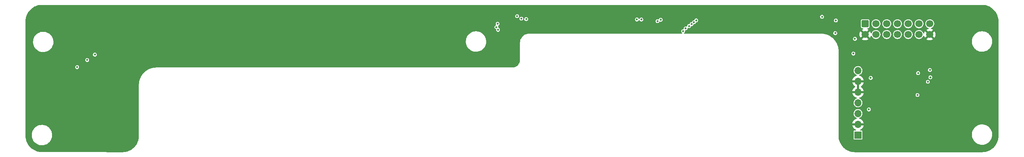
<source format=gbr>
G04 #@! TF.GenerationSoftware,KiCad,Pcbnew,(6.0.2)*
G04 #@! TF.CreationDate,2022-03-03T13:42:42+03:00*
G04 #@! TF.ProjectId,Steel_form_Dish_washer PART 2,53746565-6c5f-4666-9f72-6d5f44697368,rev?*
G04 #@! TF.SameCoordinates,Original*
G04 #@! TF.FileFunction,Copper,L3,Inr*
G04 #@! TF.FilePolarity,Positive*
%FSLAX46Y46*%
G04 Gerber Fmt 4.6, Leading zero omitted, Abs format (unit mm)*
G04 Created by KiCad (PCBNEW (6.0.2)) date 2022-03-03 13:42:42*
%MOMM*%
%LPD*%
G01*
G04 APERTURE LIST*
G04 Aperture macros list*
%AMRoundRect*
0 Rectangle with rounded corners*
0 $1 Rounding radius*
0 $2 $3 $4 $5 $6 $7 $8 $9 X,Y pos of 4 corners*
0 Add a 4 corners polygon primitive as box body*
4,1,4,$2,$3,$4,$5,$6,$7,$8,$9,$2,$3,0*
0 Add four circle primitives for the rounded corners*
1,1,$1+$1,$2,$3*
1,1,$1+$1,$4,$5*
1,1,$1+$1,$6,$7*
1,1,$1+$1,$8,$9*
0 Add four rect primitives between the rounded corners*
20,1,$1+$1,$2,$3,$4,$5,0*
20,1,$1+$1,$4,$5,$6,$7,0*
20,1,$1+$1,$6,$7,$8,$9,0*
20,1,$1+$1,$8,$9,$2,$3,0*%
G04 Aperture macros list end*
G04 #@! TA.AperFunction,ComponentPad*
%ADD10R,1.700000X1.700000*%
G04 #@! TD*
G04 #@! TA.AperFunction,ComponentPad*
%ADD11O,1.700000X1.700000*%
G04 #@! TD*
G04 #@! TA.AperFunction,ComponentPad*
%ADD12RoundRect,0.250000X-0.600000X0.600000X-0.600000X-0.600000X0.600000X-0.600000X0.600000X0.600000X0*%
G04 #@! TD*
G04 #@! TA.AperFunction,ComponentPad*
%ADD13C,1.700000*%
G04 #@! TD*
G04 #@! TA.AperFunction,ViaPad*
%ADD14C,0.500000*%
G04 #@! TD*
G04 APERTURE END LIST*
D10*
X276600000Y-250250000D03*
D11*
X276600000Y-247710000D03*
X276600000Y-245170000D03*
X276600000Y-242630000D03*
X276600000Y-240090000D03*
X276600000Y-237550000D03*
X276600000Y-235010000D03*
D12*
X278300000Y-223950000D03*
D13*
X278300000Y-226490000D03*
X280840000Y-223950000D03*
X280840000Y-226490000D03*
X283380000Y-223950000D03*
X283380000Y-226490000D03*
X285920000Y-223950000D03*
X285920000Y-226490000D03*
X288460000Y-223950000D03*
X288460000Y-226490000D03*
X291000000Y-223950000D03*
X291000000Y-226490000D03*
X293540000Y-223950000D03*
X293540000Y-226490000D03*
D14*
X299850000Y-221200000D03*
X192450000Y-221500000D03*
X89550000Y-225150000D03*
X193750000Y-225450000D03*
X249600000Y-221050000D03*
X299850000Y-224350000D03*
X94150000Y-225150000D03*
X288450000Y-250350000D03*
X299900000Y-227400000D03*
X268000000Y-220850000D03*
X159950000Y-225150000D03*
X239100000Y-224850000D03*
X282850000Y-250350000D03*
X84500000Y-243100000D03*
X122100000Y-225150000D03*
X169550000Y-225250000D03*
X257900000Y-220950000D03*
X299900000Y-230000000D03*
X192700000Y-227550000D03*
X94000000Y-243250000D03*
X115000000Y-225100000D03*
X298950000Y-250400000D03*
X294250000Y-250400000D03*
X101900000Y-243250000D03*
X290650000Y-240800000D03*
X268100000Y-222300000D03*
X290800000Y-235600000D03*
X275875000Y-227525000D03*
X235889262Y-225049500D03*
X236693779Y-224500000D03*
X237300000Y-224050000D03*
X237850000Y-223600000D03*
X238400000Y-223150000D03*
X230025000Y-223025000D03*
X229250000Y-223350500D03*
X279600000Y-236750000D03*
X225450000Y-222950980D03*
X191200000Y-224750000D03*
X279150000Y-244200000D03*
X293700000Y-236600000D03*
X191600000Y-225400000D03*
X235300000Y-225700000D03*
X271225000Y-226175000D03*
X293575000Y-234875000D03*
X198247989Y-222853511D03*
X271375000Y-223175000D03*
X94575000Y-232525000D03*
X92200000Y-234200000D03*
X197100000Y-222750000D03*
X196099250Y-222149250D03*
X96400000Y-231250000D03*
X224400000Y-222950980D03*
X191500000Y-223950000D03*
X293100000Y-237650000D03*
X275499500Y-231000000D03*
G04 #@! TA.AperFunction,Conductor*
G36*
X305900000Y-219505146D02*
G01*
X305913824Y-219500654D01*
X305913864Y-219500666D01*
X305913865Y-219500641D01*
X306254029Y-219516368D01*
X306265618Y-219517442D01*
X306610859Y-219565601D01*
X306622299Y-219567740D01*
X306961625Y-219647548D01*
X306972801Y-219650728D01*
X307138064Y-219706119D01*
X307303318Y-219761507D01*
X307314170Y-219765711D01*
X307633055Y-219906512D01*
X307643473Y-219911700D01*
X307947990Y-220081315D01*
X307957885Y-220087441D01*
X308245469Y-220284441D01*
X308254757Y-220291455D01*
X308522938Y-220514149D01*
X308531538Y-220521990D01*
X308778010Y-220768462D01*
X308785851Y-220777062D01*
X309008545Y-221045243D01*
X309015559Y-221054531D01*
X309212559Y-221342115D01*
X309218685Y-221352010D01*
X309388300Y-221656527D01*
X309393488Y-221666945D01*
X309534289Y-221985830D01*
X309538493Y-221996682D01*
X309559128Y-222058247D01*
X309645491Y-222315917D01*
X309649269Y-222327190D01*
X309652452Y-222338375D01*
X309716598Y-222611109D01*
X309732260Y-222677701D01*
X309734399Y-222689141D01*
X309782558Y-223034382D01*
X309783632Y-223045971D01*
X309799359Y-223386135D01*
X309794854Y-223400000D01*
X309800000Y-223415838D01*
X309800000Y-250384162D01*
X309794854Y-250400000D01*
X309799346Y-250413824D01*
X309799334Y-250413864D01*
X309799359Y-250413865D01*
X309788057Y-250658330D01*
X309783632Y-250754029D01*
X309782558Y-250765618D01*
X309734399Y-251110859D01*
X309732260Y-251122299D01*
X309664496Y-251410418D01*
X309652454Y-251461616D01*
X309649272Y-251472801D01*
X309636664Y-251510418D01*
X309538493Y-251803318D01*
X309534289Y-251814170D01*
X309393488Y-252133055D01*
X309388300Y-252143473D01*
X309218685Y-252447990D01*
X309212559Y-252457885D01*
X309015559Y-252745469D01*
X309008545Y-252754757D01*
X308785851Y-253022938D01*
X308778010Y-253031538D01*
X308531538Y-253278010D01*
X308522938Y-253285851D01*
X308254757Y-253508545D01*
X308245469Y-253515559D01*
X307957885Y-253712559D01*
X307947990Y-253718685D01*
X307643473Y-253888300D01*
X307633055Y-253893488D01*
X307314170Y-254034289D01*
X307303318Y-254038493D01*
X307197115Y-254074089D01*
X306972801Y-254149272D01*
X306961625Y-254152452D01*
X306643732Y-254227219D01*
X306622299Y-254232260D01*
X306610859Y-254234399D01*
X306265618Y-254282558D01*
X306254029Y-254283632D01*
X305913865Y-254299359D01*
X305900000Y-254294854D01*
X305884162Y-254300000D01*
X275915838Y-254300000D01*
X275900000Y-254294854D01*
X275886176Y-254299346D01*
X275886136Y-254299334D01*
X275886135Y-254299359D01*
X275545971Y-254283632D01*
X275534382Y-254282558D01*
X275189141Y-254234399D01*
X275177701Y-254232260D01*
X275156268Y-254227219D01*
X274838375Y-254152452D01*
X274827199Y-254149272D01*
X274602885Y-254074089D01*
X274496682Y-254038493D01*
X274485830Y-254034289D01*
X274166945Y-253893488D01*
X274156527Y-253888300D01*
X273852010Y-253718685D01*
X273842115Y-253712559D01*
X273554531Y-253515559D01*
X273545243Y-253508545D01*
X273277062Y-253285851D01*
X273268462Y-253278010D01*
X273021990Y-253031538D01*
X273014149Y-253022938D01*
X272791455Y-252754757D01*
X272784441Y-252745469D01*
X272587441Y-252457885D01*
X272581315Y-252447990D01*
X272411700Y-252143473D01*
X272406512Y-252133055D01*
X272265711Y-251814170D01*
X272261507Y-251803318D01*
X272163336Y-251510418D01*
X272150728Y-251472801D01*
X272147546Y-251461616D01*
X272135505Y-251410418D01*
X272067740Y-251122299D01*
X272065601Y-251110859D01*
X272017442Y-250765618D01*
X272016368Y-250754029D01*
X272011984Y-250659207D01*
X272000641Y-250413865D01*
X272005146Y-250400000D01*
X272000000Y-250384162D01*
X272000000Y-247977966D01*
X275268257Y-247977966D01*
X275298565Y-248112446D01*
X275301645Y-248122275D01*
X275381770Y-248319603D01*
X275386413Y-248328794D01*
X275497694Y-248510388D01*
X275503777Y-248518699D01*
X275643213Y-248679667D01*
X275650580Y-248686883D01*
X275814434Y-248822916D01*
X275822881Y-248828831D01*
X276006756Y-248936279D01*
X276016043Y-248940729D01*
X276055484Y-248955790D01*
X276111987Y-248998778D01*
X276136280Y-249065489D01*
X276120650Y-249134743D01*
X276070059Y-249184554D01*
X276010535Y-249199500D01*
X275730252Y-249199500D01*
X275724184Y-249200707D01*
X275683939Y-249208712D01*
X275683938Y-249208712D01*
X275671769Y-249211133D01*
X275605448Y-249255448D01*
X275561133Y-249321769D01*
X275549500Y-249380252D01*
X275549500Y-251119748D01*
X275550707Y-251125816D01*
X275556349Y-251154178D01*
X275561133Y-251178231D01*
X275605448Y-251244552D01*
X275671769Y-251288867D01*
X275683938Y-251291288D01*
X275683939Y-251291288D01*
X275724184Y-251299293D01*
X275730252Y-251300500D01*
X277469748Y-251300500D01*
X277475816Y-251299293D01*
X277516061Y-251291288D01*
X277516062Y-251291288D01*
X277528231Y-251288867D01*
X277594552Y-251244552D01*
X277638867Y-251178231D01*
X277643652Y-251154178D01*
X277649293Y-251125816D01*
X277650500Y-251119748D01*
X277650500Y-250049271D01*
X303496668Y-250049271D01*
X303496755Y-250053273D01*
X303496755Y-250053280D01*
X303503261Y-250351448D01*
X303503349Y-250355465D01*
X303548883Y-250658330D01*
X303549979Y-250662190D01*
X303549980Y-250662195D01*
X303577705Y-250759847D01*
X303632531Y-250952953D01*
X303752937Y-251234560D01*
X303908149Y-251498585D01*
X304095651Y-251740747D01*
X304312404Y-251957122D01*
X304315585Y-251959576D01*
X304315586Y-251959577D01*
X304551701Y-252141739D01*
X304551705Y-252141742D01*
X304554894Y-252144202D01*
X304558373Y-252146239D01*
X304735179Y-252249763D01*
X304819189Y-252298953D01*
X304822874Y-252300521D01*
X304822878Y-252300523D01*
X304942666Y-252351493D01*
X305101006Y-252418867D01*
X305395775Y-252502001D01*
X305599391Y-252532250D01*
X305695419Y-252546516D01*
X305695421Y-252546516D01*
X305698718Y-252547006D01*
X305702049Y-252547146D01*
X305702053Y-252547146D01*
X305738737Y-252548683D01*
X305782084Y-252550500D01*
X305977474Y-252550500D01*
X306100915Y-252542626D01*
X306201639Y-252536201D01*
X306201644Y-252536200D01*
X306205647Y-252535945D01*
X306209584Y-252535183D01*
X306209586Y-252535183D01*
X306502401Y-252478530D01*
X306502405Y-252478529D01*
X306506338Y-252477768D01*
X306797200Y-252381856D01*
X307073518Y-252249763D01*
X307240818Y-252141739D01*
X307327439Y-252085809D01*
X307327440Y-252085808D01*
X307330812Y-252083631D01*
X307359327Y-252059577D01*
X307561849Y-251888734D01*
X307564910Y-251886152D01*
X307772019Y-251660529D01*
X307948780Y-251410418D01*
X308092328Y-251139874D01*
X308113976Y-251082432D01*
X308198919Y-250857044D01*
X308198921Y-250857038D01*
X308200336Y-250853283D01*
X308221952Y-250762195D01*
X308270124Y-250559207D01*
X308270125Y-250559202D01*
X308271053Y-250555291D01*
X308303332Y-250250729D01*
X308301119Y-250149271D01*
X308296739Y-249948552D01*
X308296739Y-249948547D01*
X308296651Y-249944535D01*
X308251117Y-249641670D01*
X308224159Y-249546717D01*
X308196878Y-249450632D01*
X308167469Y-249347047D01*
X308161865Y-249333939D01*
X308112304Y-249218026D01*
X308047063Y-249065440D01*
X307891851Y-248801415D01*
X307704349Y-248559253D01*
X307487596Y-248342878D01*
X307469341Y-248328794D01*
X307248299Y-248158261D01*
X307248295Y-248158258D01*
X307245106Y-248155798D01*
X307068538Y-248052413D01*
X306984275Y-248003075D01*
X306984272Y-248003073D01*
X306980811Y-248001047D01*
X306977126Y-247999479D01*
X306977122Y-247999477D01*
X306790051Y-247919878D01*
X306698994Y-247881133D01*
X306404225Y-247797999D01*
X306174014Y-247763799D01*
X306104581Y-247753484D01*
X306104579Y-247753484D01*
X306101282Y-247752994D01*
X306097951Y-247752854D01*
X306097947Y-247752854D01*
X306061263Y-247751317D01*
X306017916Y-247749500D01*
X305822526Y-247749500D01*
X305699085Y-247757374D01*
X305598361Y-247763799D01*
X305598356Y-247763800D01*
X305594353Y-247764055D01*
X305590416Y-247764817D01*
X305590414Y-247764817D01*
X305297599Y-247821470D01*
X305297595Y-247821471D01*
X305293662Y-247822232D01*
X305002800Y-247918144D01*
X304726482Y-248050237D01*
X304469188Y-248216369D01*
X304466123Y-248218954D01*
X304466121Y-248218956D01*
X304419528Y-248258261D01*
X304235090Y-248413848D01*
X304146472Y-248510388D01*
X304067140Y-248596812D01*
X304027981Y-248639471D01*
X304025667Y-248642746D01*
X304025664Y-248642749D01*
X303959398Y-248736513D01*
X303851220Y-248889582D01*
X303707672Y-249160126D01*
X303706257Y-249163882D01*
X303706256Y-249163883D01*
X303624713Y-249380252D01*
X303599664Y-249446717D01*
X303598735Y-249450632D01*
X303554317Y-249637805D01*
X303528947Y-249744709D01*
X303496668Y-250049271D01*
X277650500Y-250049271D01*
X277650500Y-249380252D01*
X277638867Y-249321769D01*
X277594552Y-249255448D01*
X277528231Y-249211133D01*
X277516062Y-249208712D01*
X277516061Y-249208712D01*
X277475816Y-249200707D01*
X277469748Y-249199500D01*
X277190107Y-249199500D01*
X277121986Y-249179498D01*
X277075493Y-249125842D01*
X277065389Y-249055568D01*
X277094883Y-248990988D01*
X277134675Y-248960349D01*
X277293090Y-248882742D01*
X277301945Y-248877464D01*
X277475328Y-248753792D01*
X277483200Y-248747139D01*
X277634052Y-248596812D01*
X277640730Y-248588965D01*
X277765003Y-248416020D01*
X277770313Y-248407183D01*
X277864670Y-248216267D01*
X277868469Y-248206672D01*
X277930377Y-248002910D01*
X277932555Y-247992837D01*
X277933986Y-247981962D01*
X277931775Y-247967778D01*
X277918617Y-247964000D01*
X275283225Y-247964000D01*
X275269694Y-247967973D01*
X275268257Y-247977966D01*
X272000000Y-247977966D01*
X272000000Y-247444183D01*
X275264389Y-247444183D01*
X275265912Y-247452607D01*
X275278292Y-247456000D01*
X277918344Y-247456000D01*
X277931875Y-247452027D01*
X277933180Y-247442947D01*
X277891214Y-247275875D01*
X277887894Y-247266124D01*
X277802972Y-247070814D01*
X277798105Y-247061739D01*
X277682426Y-246882926D01*
X277676136Y-246874757D01*
X277532806Y-246717240D01*
X277525273Y-246710215D01*
X277358139Y-246578222D01*
X277349552Y-246572517D01*
X277163117Y-246469599D01*
X277153705Y-246465369D01*
X276962031Y-246397493D01*
X276904495Y-246355899D01*
X276878579Y-246289801D01*
X276892513Y-246220185D01*
X276941872Y-246169154D01*
X276970206Y-246157362D01*
X276975790Y-246155803D01*
X276975799Y-246155800D01*
X276981725Y-246154145D01*
X276987214Y-246151372D01*
X276987220Y-246151370D01*
X277160116Y-246064033D01*
X277165610Y-246061258D01*
X277327951Y-245934424D01*
X277462564Y-245778472D01*
X277483387Y-245741818D01*
X277561276Y-245604707D01*
X277564323Y-245599344D01*
X277629351Y-245403863D01*
X277655171Y-245199474D01*
X277655583Y-245170000D01*
X277635480Y-244964970D01*
X277575935Y-244767749D01*
X277479218Y-244585849D01*
X277372098Y-244454507D01*
X277352906Y-244430975D01*
X277352903Y-244430972D01*
X277349011Y-244426200D01*
X277233468Y-244330614D01*
X277195025Y-244298811D01*
X277195021Y-244298809D01*
X277190275Y-244294882D01*
X277026368Y-244206258D01*
X277014474Y-244199827D01*
X277009055Y-244196897D01*
X277001118Y-244194440D01*
X278694901Y-244194440D01*
X278696065Y-244203342D01*
X278696065Y-244203345D01*
X278710468Y-244313489D01*
X278710469Y-244313493D01*
X278711633Y-244322394D01*
X278715250Y-244330614D01*
X278759410Y-244430975D01*
X278763605Y-244440510D01*
X278846639Y-244539291D01*
X278954060Y-244610796D01*
X279077233Y-244649278D01*
X279086203Y-244649442D01*
X279086207Y-244649443D01*
X279144942Y-244650519D01*
X279206255Y-244651643D01*
X279268505Y-244634672D01*
X279322092Y-244620062D01*
X279322093Y-244620062D01*
X279330755Y-244617700D01*
X279338405Y-244613003D01*
X279338407Y-244613002D01*
X279433072Y-244554878D01*
X279433075Y-244554875D01*
X279440724Y-244550179D01*
X279446750Y-244543522D01*
X279521300Y-244461161D01*
X279521303Y-244461157D01*
X279527322Y-244454507D01*
X279583588Y-244338375D01*
X279604997Y-244211120D01*
X279605133Y-244200000D01*
X279595474Y-244132555D01*
X279588112Y-244081145D01*
X279588111Y-244081142D01*
X279586839Y-244072259D01*
X279533428Y-243954788D01*
X279449193Y-243857028D01*
X279340906Y-243786841D01*
X279332311Y-243784271D01*
X279332310Y-243784270D01*
X279225874Y-243752438D01*
X279225872Y-243752438D01*
X279217273Y-243749866D01*
X279208298Y-243749811D01*
X279208297Y-243749811D01*
X279153641Y-243749477D01*
X279088231Y-243749078D01*
X279076475Y-243752438D01*
X278972786Y-243782072D01*
X278972784Y-243782073D01*
X278964155Y-243784539D01*
X278855019Y-243853399D01*
X278769596Y-243950122D01*
X278765782Y-243958245D01*
X278765781Y-243958247D01*
X278739794Y-244013598D01*
X278714754Y-244066932D01*
X278707256Y-244115087D01*
X278696282Y-244185567D01*
X278696282Y-244185571D01*
X278694901Y-244194440D01*
X277001118Y-244194440D01*
X276812254Y-244135977D01*
X276806129Y-244135333D01*
X276806128Y-244135333D01*
X276613498Y-244115087D01*
X276613496Y-244115087D01*
X276607369Y-244114443D01*
X276520529Y-244122346D01*
X276408342Y-244132555D01*
X276408339Y-244132556D01*
X276402203Y-244133114D01*
X276204572Y-244191280D01*
X276199107Y-244194137D01*
X276197313Y-244195075D01*
X276022002Y-244286726D01*
X276017201Y-244290586D01*
X276017198Y-244290588D01*
X275968769Y-244329526D01*
X275861447Y-244415815D01*
X275729024Y-244573630D01*
X275726056Y-244579028D01*
X275726053Y-244579033D01*
X275686136Y-244651643D01*
X275629776Y-244754162D01*
X275567484Y-244950532D01*
X275566798Y-244956649D01*
X275566797Y-244956653D01*
X275545207Y-245149137D01*
X275544520Y-245155262D01*
X275561759Y-245360553D01*
X275618544Y-245558586D01*
X275621359Y-245564063D01*
X275621360Y-245564066D01*
X275642247Y-245604707D01*
X275712712Y-245741818D01*
X275840677Y-245903270D01*
X275997564Y-246036791D01*
X276177398Y-246137297D01*
X276242437Y-246158429D01*
X276301042Y-246198502D01*
X276328680Y-246263898D01*
X276316574Y-246333855D01*
X276268568Y-246386162D01*
X276242646Y-246398027D01*
X276076868Y-246452212D01*
X276067359Y-246456209D01*
X275878463Y-246554542D01*
X275869738Y-246560036D01*
X275699433Y-246687905D01*
X275691726Y-246694748D01*
X275544590Y-246848717D01*
X275538104Y-246856727D01*
X275418098Y-247032649D01*
X275413000Y-247041623D01*
X275323338Y-247234783D01*
X275319775Y-247244470D01*
X275264389Y-247444183D01*
X272000000Y-247444183D01*
X272000000Y-240357966D01*
X275268257Y-240357966D01*
X275298565Y-240492446D01*
X275301645Y-240502275D01*
X275381770Y-240699603D01*
X275386413Y-240708794D01*
X275497694Y-240890388D01*
X275503777Y-240898699D01*
X275643213Y-241059667D01*
X275650580Y-241066883D01*
X275814434Y-241202916D01*
X275822881Y-241208831D01*
X276006756Y-241316279D01*
X276016042Y-241320729D01*
X276215001Y-241396703D01*
X276229866Y-241401022D01*
X276229289Y-241403008D01*
X276284260Y-241432082D01*
X276319110Y-241493936D01*
X276314988Y-241564813D01*
X276273201Y-241622209D01*
X276231930Y-241643228D01*
X276210489Y-241649538D01*
X276210484Y-241649540D01*
X276204572Y-241651280D01*
X276022002Y-241746726D01*
X276017201Y-241750586D01*
X276017198Y-241750588D01*
X276006971Y-241758811D01*
X275861447Y-241875815D01*
X275729024Y-242033630D01*
X275726056Y-242039028D01*
X275726053Y-242039033D01*
X275719315Y-242051290D01*
X275629776Y-242214162D01*
X275567484Y-242410532D01*
X275566798Y-242416649D01*
X275566797Y-242416653D01*
X275545207Y-242609137D01*
X275544520Y-242615262D01*
X275561759Y-242820553D01*
X275618544Y-243018586D01*
X275621359Y-243024063D01*
X275621360Y-243024066D01*
X275642247Y-243064707D01*
X275712712Y-243201818D01*
X275840677Y-243363270D01*
X275997564Y-243496791D01*
X276177398Y-243597297D01*
X276272238Y-243628112D01*
X276367471Y-243659056D01*
X276367475Y-243659057D01*
X276373329Y-243660959D01*
X276577894Y-243685351D01*
X276584029Y-243684879D01*
X276584031Y-243684879D01*
X276640039Y-243680569D01*
X276783300Y-243669546D01*
X276789230Y-243667890D01*
X276789232Y-243667890D01*
X276975797Y-243615800D01*
X276975796Y-243615800D01*
X276981725Y-243614145D01*
X276987214Y-243611372D01*
X276987220Y-243611370D01*
X277160116Y-243524033D01*
X277165610Y-243521258D01*
X277327951Y-243394424D01*
X277462564Y-243238472D01*
X277483387Y-243201818D01*
X277561276Y-243064707D01*
X277564323Y-243059344D01*
X277629351Y-242863863D01*
X277655171Y-242659474D01*
X277655583Y-242630000D01*
X277635480Y-242424970D01*
X277575935Y-242227749D01*
X277479218Y-242045849D01*
X277405859Y-241955902D01*
X277352906Y-241890975D01*
X277352903Y-241890972D01*
X277349011Y-241886200D01*
X277331786Y-241871950D01*
X277195025Y-241758811D01*
X277195021Y-241758809D01*
X277190275Y-241754882D01*
X277009055Y-241656897D01*
X276958183Y-241641150D01*
X276899025Y-241601899D01*
X276870477Y-241536895D01*
X276881605Y-241466776D01*
X276928876Y-241413804D01*
X276959235Y-241400099D01*
X277092255Y-241360191D01*
X277101842Y-241356433D01*
X277293095Y-241262739D01*
X277301945Y-241257464D01*
X277475328Y-241133792D01*
X277483200Y-241127139D01*
X277634052Y-240976812D01*
X277640730Y-240968965D01*
X277765003Y-240796020D01*
X277765952Y-240794440D01*
X290194901Y-240794440D01*
X290196065Y-240803342D01*
X290196065Y-240803345D01*
X290210468Y-240913489D01*
X290210469Y-240913493D01*
X290211633Y-240922394D01*
X290263605Y-241040510D01*
X290346639Y-241139291D01*
X290454060Y-241210796D01*
X290577233Y-241249278D01*
X290586203Y-241249442D01*
X290586207Y-241249443D01*
X290644942Y-241250519D01*
X290706255Y-241251643D01*
X290768505Y-241234672D01*
X290822092Y-241220062D01*
X290822093Y-241220062D01*
X290830755Y-241217700D01*
X290838405Y-241213003D01*
X290838407Y-241213002D01*
X290933072Y-241154878D01*
X290933075Y-241154875D01*
X290940724Y-241150179D01*
X290946750Y-241143522D01*
X291021300Y-241061161D01*
X291021303Y-241061157D01*
X291027322Y-241054507D01*
X291083588Y-240938375D01*
X291104997Y-240811120D01*
X291105133Y-240800000D01*
X291086839Y-240672259D01*
X291080724Y-240658809D01*
X291037145Y-240562962D01*
X291037143Y-240562959D01*
X291033428Y-240554788D01*
X290949193Y-240457028D01*
X290840906Y-240386841D01*
X290832311Y-240384271D01*
X290832310Y-240384270D01*
X290725874Y-240352438D01*
X290725872Y-240352438D01*
X290717273Y-240349866D01*
X290708298Y-240349811D01*
X290708297Y-240349811D01*
X290653641Y-240349477D01*
X290588231Y-240349078D01*
X290543151Y-240361962D01*
X290472786Y-240382072D01*
X290472784Y-240382073D01*
X290464155Y-240384539D01*
X290355019Y-240453399D01*
X290269596Y-240550122D01*
X290265782Y-240558245D01*
X290265781Y-240558247D01*
X290252436Y-240586672D01*
X290214754Y-240666932D01*
X290213374Y-240675798D01*
X290196282Y-240785567D01*
X290196282Y-240785571D01*
X290194901Y-240794440D01*
X277765952Y-240794440D01*
X277770313Y-240787183D01*
X277864670Y-240596267D01*
X277868469Y-240586672D01*
X277930377Y-240382910D01*
X277932555Y-240372837D01*
X277933986Y-240361962D01*
X277931775Y-240347778D01*
X277918617Y-240344000D01*
X275283225Y-240344000D01*
X275269694Y-240347973D01*
X275268257Y-240357966D01*
X272000000Y-240357966D01*
X272000000Y-239824183D01*
X275264389Y-239824183D01*
X275265912Y-239832607D01*
X275278292Y-239836000D01*
X276327885Y-239836000D01*
X276343124Y-239831525D01*
X276344329Y-239830135D01*
X276346000Y-239822452D01*
X276346000Y-239817885D01*
X276854000Y-239817885D01*
X276858475Y-239833124D01*
X276859865Y-239834329D01*
X276867548Y-239836000D01*
X277918344Y-239836000D01*
X277931875Y-239832027D01*
X277933180Y-239822947D01*
X277891214Y-239655875D01*
X277887894Y-239646124D01*
X277802972Y-239450814D01*
X277798105Y-239441739D01*
X277682426Y-239262926D01*
X277676136Y-239254757D01*
X277532806Y-239097240D01*
X277525273Y-239090215D01*
X277358139Y-238958222D01*
X277349552Y-238952517D01*
X277312116Y-238931851D01*
X277262146Y-238881419D01*
X277247374Y-238811976D01*
X277272490Y-238745571D01*
X277299842Y-238718964D01*
X277475327Y-238593792D01*
X277483200Y-238587139D01*
X277634052Y-238436812D01*
X277640730Y-238428965D01*
X277765003Y-238256020D01*
X277770313Y-238247183D01*
X277864670Y-238056267D01*
X277868469Y-238046672D01*
X277930377Y-237842910D01*
X277932555Y-237832837D01*
X277933986Y-237821962D01*
X277931775Y-237807778D01*
X277918617Y-237804000D01*
X276872115Y-237804000D01*
X276856876Y-237808475D01*
X276855671Y-237809865D01*
X276854000Y-237817548D01*
X276854000Y-239817885D01*
X276346000Y-239817885D01*
X276346000Y-237822115D01*
X276341525Y-237806876D01*
X276340135Y-237805671D01*
X276332452Y-237804000D01*
X275283225Y-237804000D01*
X275269694Y-237807973D01*
X275268257Y-237817966D01*
X275298565Y-237952446D01*
X275301645Y-237962275D01*
X275381770Y-238159603D01*
X275386413Y-238168794D01*
X275497694Y-238350388D01*
X275503777Y-238358699D01*
X275643213Y-238519667D01*
X275650580Y-238526883D01*
X275814434Y-238662916D01*
X275822881Y-238668831D01*
X275892479Y-238709501D01*
X275941203Y-238761140D01*
X275954274Y-238830923D01*
X275927543Y-238896694D01*
X275887087Y-238930053D01*
X275878462Y-238934542D01*
X275869738Y-238940036D01*
X275699433Y-239067905D01*
X275691726Y-239074748D01*
X275544590Y-239228717D01*
X275538104Y-239236727D01*
X275418098Y-239412649D01*
X275413000Y-239421623D01*
X275323338Y-239614783D01*
X275319775Y-239624470D01*
X275264389Y-239824183D01*
X272000000Y-239824183D01*
X272000000Y-237644440D01*
X292644901Y-237644440D01*
X292646065Y-237653342D01*
X292646065Y-237653345D01*
X292660468Y-237763489D01*
X292660469Y-237763493D01*
X292661633Y-237772394D01*
X292713605Y-237890510D01*
X292719382Y-237897383D01*
X292719383Y-237897384D01*
X292773930Y-237962275D01*
X292796639Y-237989291D01*
X292904060Y-238060796D01*
X293027233Y-238099278D01*
X293036203Y-238099442D01*
X293036207Y-238099443D01*
X293094942Y-238100519D01*
X293156255Y-238101643D01*
X293218505Y-238084671D01*
X293272092Y-238070062D01*
X293272093Y-238070062D01*
X293280755Y-238067700D01*
X293288405Y-238063003D01*
X293288407Y-238063002D01*
X293383072Y-238004878D01*
X293383075Y-238004875D01*
X293390724Y-238000179D01*
X293396750Y-237993522D01*
X293471300Y-237911161D01*
X293471303Y-237911157D01*
X293477322Y-237904507D01*
X293533588Y-237788375D01*
X293554997Y-237661120D01*
X293555133Y-237650000D01*
X293536839Y-237522259D01*
X293483428Y-237404788D01*
X293457625Y-237374842D01*
X293405051Y-237313826D01*
X293405049Y-237313824D01*
X293399193Y-237307028D01*
X293290906Y-237236841D01*
X293282311Y-237234271D01*
X293282310Y-237234270D01*
X293175874Y-237202438D01*
X293175872Y-237202438D01*
X293167273Y-237199866D01*
X293158298Y-237199811D01*
X293158297Y-237199811D01*
X293103641Y-237199477D01*
X293038231Y-237199078D01*
X293026475Y-237202438D01*
X292922786Y-237232072D01*
X292922784Y-237232073D01*
X292914155Y-237234539D01*
X292906565Y-237239328D01*
X292816746Y-237296000D01*
X292805019Y-237303399D01*
X292719596Y-237400122D01*
X292715782Y-237408245D01*
X292715781Y-237408247D01*
X292689794Y-237463598D01*
X292664754Y-237516932D01*
X292663374Y-237525798D01*
X292646282Y-237635567D01*
X292646282Y-237635571D01*
X292644901Y-237644440D01*
X272000000Y-237644440D01*
X272000000Y-237284183D01*
X275264389Y-237284183D01*
X275265912Y-237292607D01*
X275278292Y-237296000D01*
X277918344Y-237296000D01*
X277931875Y-237292027D01*
X277933180Y-237282947D01*
X277891214Y-237115875D01*
X277887894Y-237106124D01*
X277802972Y-236910814D01*
X277798105Y-236901739D01*
X277696344Y-236744440D01*
X279144901Y-236744440D01*
X279146065Y-236753342D01*
X279146065Y-236753345D01*
X279160468Y-236863489D01*
X279160469Y-236863493D01*
X279161633Y-236872394D01*
X279213605Y-236990510D01*
X279219382Y-236997383D01*
X279219383Y-236997384D01*
X279284444Y-237074783D01*
X279296639Y-237089291D01*
X279404060Y-237160796D01*
X279527233Y-237199278D01*
X279536203Y-237199442D01*
X279536207Y-237199443D01*
X279594942Y-237200519D01*
X279656255Y-237201643D01*
X279718505Y-237184672D01*
X279772092Y-237170062D01*
X279772093Y-237170062D01*
X279780755Y-237167700D01*
X279788405Y-237163003D01*
X279788407Y-237163002D01*
X279883072Y-237104878D01*
X279883075Y-237104875D01*
X279890724Y-237100179D01*
X279896750Y-237093522D01*
X279971300Y-237011161D01*
X279971303Y-237011157D01*
X279977322Y-237004507D01*
X280033588Y-236888375D01*
X280038167Y-236861161D01*
X280054190Y-236765917D01*
X280054997Y-236761120D01*
X280055133Y-236750000D01*
X280036839Y-236622259D01*
X280033125Y-236614090D01*
X280024191Y-236594440D01*
X293244901Y-236594440D01*
X293246065Y-236603342D01*
X293246065Y-236603345D01*
X293260468Y-236713489D01*
X293260469Y-236713493D01*
X293261633Y-236722394D01*
X293313605Y-236840510D01*
X293319382Y-236847383D01*
X293319383Y-236847384D01*
X293375932Y-236914657D01*
X293396639Y-236939291D01*
X293504060Y-237010796D01*
X293627233Y-237049278D01*
X293636203Y-237049442D01*
X293636207Y-237049443D01*
X293694942Y-237050519D01*
X293756255Y-237051643D01*
X293818505Y-237034671D01*
X293872092Y-237020062D01*
X293872093Y-237020062D01*
X293880755Y-237017700D01*
X293888405Y-237013003D01*
X293888407Y-237013002D01*
X293983072Y-236954878D01*
X293983075Y-236954875D01*
X293990724Y-236950179D01*
X293996750Y-236943522D01*
X294071300Y-236861161D01*
X294071303Y-236861157D01*
X294077322Y-236854507D01*
X294133588Y-236738375D01*
X294137562Y-236714757D01*
X294154190Y-236615917D01*
X294154997Y-236611120D01*
X294155133Y-236600000D01*
X294141498Y-236504788D01*
X294138112Y-236481145D01*
X294138111Y-236481142D01*
X294136839Y-236472259D01*
X294108590Y-236410129D01*
X294087145Y-236362962D01*
X294087143Y-236362959D01*
X294083428Y-236354788D01*
X294037551Y-236301545D01*
X294005051Y-236263826D01*
X294005049Y-236263824D01*
X293999193Y-236257028D01*
X293890906Y-236186841D01*
X293882311Y-236184271D01*
X293882310Y-236184270D01*
X293775874Y-236152438D01*
X293775872Y-236152438D01*
X293767273Y-236149866D01*
X293758298Y-236149811D01*
X293758297Y-236149811D01*
X293703641Y-236149477D01*
X293638231Y-236149078D01*
X293626475Y-236152438D01*
X293522786Y-236182072D01*
X293522784Y-236182073D01*
X293514155Y-236184539D01*
X293405019Y-236253399D01*
X293399076Y-236260128D01*
X293399075Y-236260129D01*
X293355385Y-236309599D01*
X293319596Y-236350122D01*
X293315782Y-236358245D01*
X293315781Y-236358247D01*
X293295170Y-236402148D01*
X293264754Y-236466932D01*
X293258860Y-236504788D01*
X293246282Y-236585567D01*
X293246282Y-236585571D01*
X293244901Y-236594440D01*
X280024191Y-236594440D01*
X279987145Y-236512962D01*
X279987143Y-236512959D01*
X279983428Y-236504788D01*
X279943810Y-236458809D01*
X279905051Y-236413826D01*
X279905049Y-236413824D01*
X279899193Y-236407028D01*
X279790906Y-236336841D01*
X279782311Y-236334271D01*
X279782310Y-236334270D01*
X279675874Y-236302438D01*
X279675872Y-236302438D01*
X279667273Y-236299866D01*
X279658298Y-236299811D01*
X279658297Y-236299811D01*
X279603641Y-236299477D01*
X279538231Y-236299078D01*
X279501419Y-236309599D01*
X279422786Y-236332072D01*
X279422784Y-236332073D01*
X279414155Y-236334539D01*
X279305019Y-236403399D01*
X279219596Y-236500122D01*
X279215782Y-236508245D01*
X279215781Y-236508247D01*
X279206552Y-236527905D01*
X279164754Y-236616932D01*
X279163374Y-236625798D01*
X279146282Y-236735567D01*
X279146282Y-236735571D01*
X279144901Y-236744440D01*
X277696344Y-236744440D01*
X277682426Y-236722926D01*
X277676136Y-236714757D01*
X277532806Y-236557240D01*
X277525273Y-236550215D01*
X277358139Y-236418222D01*
X277349552Y-236412517D01*
X277163117Y-236309599D01*
X277153705Y-236305369D01*
X276962031Y-236237493D01*
X276904495Y-236195899D01*
X276878579Y-236129801D01*
X276892513Y-236060185D01*
X276941872Y-236009154D01*
X276970206Y-235997362D01*
X276975790Y-235995803D01*
X276975799Y-235995800D01*
X276981725Y-235994145D01*
X276987214Y-235991372D01*
X276987220Y-235991370D01*
X277160116Y-235904033D01*
X277165610Y-235901258D01*
X277235785Y-235846432D01*
X277323101Y-235778213D01*
X277327951Y-235774424D01*
X277352098Y-235746450D01*
X277458540Y-235623134D01*
X277458540Y-235623133D01*
X277462564Y-235618472D01*
X277471158Y-235603345D01*
X277476217Y-235594440D01*
X290344901Y-235594440D01*
X290346065Y-235603342D01*
X290346065Y-235603345D01*
X290360468Y-235713489D01*
X290360469Y-235713493D01*
X290361633Y-235722394D01*
X290413605Y-235840510D01*
X290419382Y-235847383D01*
X290419383Y-235847384D01*
X290490859Y-235932415D01*
X290496639Y-235939291D01*
X290604060Y-236010796D01*
X290692741Y-236038502D01*
X290700606Y-236040959D01*
X290727233Y-236049278D01*
X290736203Y-236049442D01*
X290736207Y-236049443D01*
X290794942Y-236050519D01*
X290856255Y-236051643D01*
X290918505Y-236034672D01*
X290972092Y-236020062D01*
X290972093Y-236020062D01*
X290980755Y-236017700D01*
X290988405Y-236013003D01*
X290988407Y-236013002D01*
X291083072Y-235954878D01*
X291083075Y-235954875D01*
X291090724Y-235950179D01*
X291096750Y-235943522D01*
X291171300Y-235861161D01*
X291171303Y-235861157D01*
X291177322Y-235854507D01*
X291233588Y-235738375D01*
X291250621Y-235637134D01*
X291254190Y-235615917D01*
X291254997Y-235611120D01*
X291255133Y-235600000D01*
X291247748Y-235548433D01*
X291238112Y-235481145D01*
X291238111Y-235481142D01*
X291236839Y-235472259D01*
X291224312Y-235444707D01*
X291187145Y-235362962D01*
X291187143Y-235362959D01*
X291183428Y-235354788D01*
X291123981Y-235285796D01*
X291105051Y-235263826D01*
X291105049Y-235263824D01*
X291099193Y-235257028D01*
X290990906Y-235186841D01*
X290982311Y-235184271D01*
X290982310Y-235184270D01*
X290875874Y-235152438D01*
X290875872Y-235152438D01*
X290867273Y-235149866D01*
X290858298Y-235149811D01*
X290858297Y-235149811D01*
X290803641Y-235149477D01*
X290738231Y-235149078D01*
X290726475Y-235152438D01*
X290622786Y-235182072D01*
X290622784Y-235182073D01*
X290614155Y-235184539D01*
X290606565Y-235189328D01*
X290520133Y-235243863D01*
X290505019Y-235253399D01*
X290499076Y-235260128D01*
X290499075Y-235260129D01*
X290470309Y-235292700D01*
X290419596Y-235350122D01*
X290415782Y-235358245D01*
X290415781Y-235358247D01*
X290396842Y-235398586D01*
X290364754Y-235466932D01*
X290363374Y-235475798D01*
X290346282Y-235585567D01*
X290346282Y-235585571D01*
X290344901Y-235594440D01*
X277476217Y-235594440D01*
X277519717Y-235517865D01*
X277564323Y-235439344D01*
X277629351Y-235243863D01*
X277655171Y-235039474D01*
X277655583Y-235010000D01*
X277641801Y-234869440D01*
X293119901Y-234869440D01*
X293121065Y-234878342D01*
X293121065Y-234878345D01*
X293135468Y-234988489D01*
X293135469Y-234988493D01*
X293136633Y-234997394D01*
X293188605Y-235115510D01*
X293194382Y-235122383D01*
X293194383Y-235122384D01*
X293219646Y-235152438D01*
X293271639Y-235214291D01*
X293379060Y-235285796D01*
X293502233Y-235324278D01*
X293511203Y-235324442D01*
X293511207Y-235324443D01*
X293569942Y-235325519D01*
X293631255Y-235326643D01*
X293693505Y-235309672D01*
X293747092Y-235295062D01*
X293747093Y-235295062D01*
X293755755Y-235292700D01*
X293763405Y-235288003D01*
X293763407Y-235288002D01*
X293858072Y-235229878D01*
X293858075Y-235229875D01*
X293865724Y-235225179D01*
X293871750Y-235218522D01*
X293946300Y-235136161D01*
X293946303Y-235136157D01*
X293952322Y-235129507D01*
X294008588Y-235013375D01*
X294011636Y-234995262D01*
X294029190Y-234890917D01*
X294029997Y-234886120D01*
X294030133Y-234875000D01*
X294011839Y-234747259D01*
X293967109Y-234648880D01*
X293962145Y-234637962D01*
X293962143Y-234637959D01*
X293958428Y-234629788D01*
X293927731Y-234594162D01*
X293880051Y-234538826D01*
X293880049Y-234538824D01*
X293874193Y-234532028D01*
X293765906Y-234461841D01*
X293757311Y-234459271D01*
X293757310Y-234459270D01*
X293650874Y-234427438D01*
X293650872Y-234427438D01*
X293642273Y-234424866D01*
X293633298Y-234424811D01*
X293633297Y-234424811D01*
X293578641Y-234424477D01*
X293513231Y-234424078D01*
X293501475Y-234427438D01*
X293397786Y-234457072D01*
X293397784Y-234457073D01*
X293389155Y-234459539D01*
X293381565Y-234464328D01*
X293298661Y-234516637D01*
X293280019Y-234528399D01*
X293274076Y-234535128D01*
X293274075Y-234535129D01*
X293246453Y-234566405D01*
X293194596Y-234625122D01*
X293190782Y-234633245D01*
X293190781Y-234633247D01*
X293183255Y-234649278D01*
X293139754Y-234741932D01*
X293132187Y-234790532D01*
X293121282Y-234860567D01*
X293121282Y-234860571D01*
X293119901Y-234869440D01*
X277641801Y-234869440D01*
X277635480Y-234804970D01*
X277575935Y-234607749D01*
X277479218Y-234425849D01*
X277387579Y-234313489D01*
X277352906Y-234270975D01*
X277352903Y-234270972D01*
X277349011Y-234266200D01*
X277331786Y-234251950D01*
X277195025Y-234138811D01*
X277195021Y-234138809D01*
X277190275Y-234134882D01*
X277009055Y-234036897D01*
X276812254Y-233975977D01*
X276806129Y-233975333D01*
X276806128Y-233975333D01*
X276613498Y-233955087D01*
X276613496Y-233955087D01*
X276607369Y-233954443D01*
X276520529Y-233962346D01*
X276408342Y-233972555D01*
X276408339Y-233972556D01*
X276402203Y-233973114D01*
X276204572Y-234031280D01*
X276199107Y-234034137D01*
X276131241Y-234069617D01*
X276022002Y-234126726D01*
X276017201Y-234130586D01*
X276017198Y-234130588D01*
X275885010Y-234236870D01*
X275861447Y-234255815D01*
X275729024Y-234413630D01*
X275726056Y-234419028D01*
X275726053Y-234419033D01*
X275660197Y-234538826D01*
X275629776Y-234594162D01*
X275567484Y-234790532D01*
X275566798Y-234796649D01*
X275566797Y-234796653D01*
X275556762Y-234886120D01*
X275544520Y-234995262D01*
X275545036Y-235001406D01*
X275560608Y-235186841D01*
X275561759Y-235200553D01*
X275563458Y-235206478D01*
X275597915Y-235326643D01*
X275618544Y-235398586D01*
X275621359Y-235404063D01*
X275621360Y-235404066D01*
X275658225Y-235475798D01*
X275712712Y-235581818D01*
X275840677Y-235743270D01*
X275997564Y-235876791D01*
X276177398Y-235977297D01*
X276242437Y-235998429D01*
X276301042Y-236038502D01*
X276328680Y-236103898D01*
X276316574Y-236173855D01*
X276268568Y-236226162D01*
X276242646Y-236238027D01*
X276076868Y-236292212D01*
X276067359Y-236296209D01*
X275878463Y-236394542D01*
X275869738Y-236400036D01*
X275699433Y-236527905D01*
X275691726Y-236534748D01*
X275544590Y-236688717D01*
X275538104Y-236696727D01*
X275418098Y-236872649D01*
X275413000Y-236881623D01*
X275323338Y-237074783D01*
X275319775Y-237084470D01*
X275264389Y-237284183D01*
X272000000Y-237284183D01*
X272000000Y-230994440D01*
X275044401Y-230994440D01*
X275045565Y-231003342D01*
X275045565Y-231003345D01*
X275059968Y-231113489D01*
X275059969Y-231113493D01*
X275061133Y-231122394D01*
X275113105Y-231240510D01*
X275118882Y-231247383D01*
X275118883Y-231247384D01*
X275130429Y-231261120D01*
X275196139Y-231339291D01*
X275303560Y-231410796D01*
X275426733Y-231449278D01*
X275435703Y-231449442D01*
X275435707Y-231449443D01*
X275494442Y-231450519D01*
X275555755Y-231451643D01*
X275618005Y-231434671D01*
X275671592Y-231420062D01*
X275671593Y-231420062D01*
X275680255Y-231417700D01*
X275687905Y-231413003D01*
X275687907Y-231413002D01*
X275782572Y-231354878D01*
X275782575Y-231354875D01*
X275790224Y-231350179D01*
X275796250Y-231343522D01*
X275870800Y-231261161D01*
X275870803Y-231261157D01*
X275876822Y-231254507D01*
X275933088Y-231138375D01*
X275935800Y-231122259D01*
X275953690Y-231015917D01*
X275954497Y-231011120D01*
X275954633Y-231000000D01*
X275942292Y-230913826D01*
X275937612Y-230881145D01*
X275937611Y-230881142D01*
X275936339Y-230872259D01*
X275921366Y-230839328D01*
X275886645Y-230762962D01*
X275886643Y-230762959D01*
X275882928Y-230754788D01*
X275798693Y-230657028D01*
X275690406Y-230586841D01*
X275681811Y-230584271D01*
X275681810Y-230584270D01*
X275575374Y-230552438D01*
X275575372Y-230552438D01*
X275566773Y-230549866D01*
X275557798Y-230549811D01*
X275557797Y-230549811D01*
X275503141Y-230549477D01*
X275437731Y-230549078D01*
X275425975Y-230552438D01*
X275322286Y-230582072D01*
X275322284Y-230582073D01*
X275313655Y-230584539D01*
X275204519Y-230653399D01*
X275119096Y-230750122D01*
X275115282Y-230758245D01*
X275115281Y-230758247D01*
X275096111Y-230799078D01*
X275064254Y-230866932D01*
X275062874Y-230875798D01*
X275045782Y-230985567D01*
X275045782Y-230985571D01*
X275044401Y-230994440D01*
X272000000Y-230994440D01*
X272000000Y-230415838D01*
X272005146Y-230400000D01*
X272004252Y-230397248D01*
X271999780Y-230300523D01*
X271987004Y-230024187D01*
X271987003Y-230024180D01*
X271986870Y-230021296D01*
X271961241Y-229837563D01*
X271934897Y-229648710D01*
X271934896Y-229648707D01*
X271934494Y-229645822D01*
X271847697Y-229276783D01*
X271727219Y-228917327D01*
X271574089Y-228570521D01*
X271479110Y-228400000D01*
X271391035Y-228241876D01*
X271389613Y-228239323D01*
X271259425Y-228049271D01*
X303496668Y-228049271D01*
X303496755Y-228053273D01*
X303496755Y-228053280D01*
X303503261Y-228351448D01*
X303503349Y-228355465D01*
X303548883Y-228658330D01*
X303549979Y-228662190D01*
X303549980Y-228662195D01*
X303578372Y-228762195D01*
X303632531Y-228952953D01*
X303752937Y-229234560D01*
X303908149Y-229498585D01*
X304095651Y-229740747D01*
X304312404Y-229957122D01*
X304315585Y-229959576D01*
X304315586Y-229959577D01*
X304551701Y-230141739D01*
X304551705Y-230141742D01*
X304554894Y-230144202D01*
X304558373Y-230146239D01*
X304735179Y-230249763D01*
X304819189Y-230298953D01*
X304822874Y-230300521D01*
X304822878Y-230300523D01*
X304942666Y-230351493D01*
X305101006Y-230418867D01*
X305395775Y-230502001D01*
X305616337Y-230534768D01*
X305695419Y-230546516D01*
X305695421Y-230546516D01*
X305698718Y-230547006D01*
X305702049Y-230547146D01*
X305702053Y-230547146D01*
X305738737Y-230548683D01*
X305782084Y-230550500D01*
X305977474Y-230550500D01*
X306100915Y-230542626D01*
X306201639Y-230536201D01*
X306201644Y-230536200D01*
X306205647Y-230535945D01*
X306209584Y-230535183D01*
X306209586Y-230535183D01*
X306502401Y-230478530D01*
X306502405Y-230478529D01*
X306506338Y-230477768D01*
X306797200Y-230381856D01*
X307073518Y-230249763D01*
X307330812Y-230083631D01*
X307359327Y-230059577D01*
X307561849Y-229888734D01*
X307564910Y-229886152D01*
X307772019Y-229660529D01*
X307948780Y-229410418D01*
X308092328Y-229139874D01*
X308093744Y-229136117D01*
X308198919Y-228857044D01*
X308198921Y-228857038D01*
X308200336Y-228853283D01*
X308221952Y-228762195D01*
X308270124Y-228559207D01*
X308270125Y-228559202D01*
X308271053Y-228555291D01*
X308303332Y-228250729D01*
X308303084Y-228239323D01*
X308296739Y-227948552D01*
X308296739Y-227948547D01*
X308296651Y-227944535D01*
X308251117Y-227641670D01*
X308249195Y-227634898D01*
X308196699Y-227450000D01*
X308167469Y-227347047D01*
X308047063Y-227065440D01*
X307891851Y-226801415D01*
X307704349Y-226559253D01*
X307513292Y-226368529D01*
X307490437Y-226345714D01*
X307487596Y-226342878D01*
X307484414Y-226340423D01*
X307248299Y-226158261D01*
X307248295Y-226158258D01*
X307245106Y-226155798D01*
X307180514Y-226117978D01*
X306984275Y-226003075D01*
X306984272Y-226003073D01*
X306980811Y-226001047D01*
X306977126Y-225999479D01*
X306977122Y-225999477D01*
X306786563Y-225918394D01*
X306698994Y-225881133D01*
X306404225Y-225797999D01*
X306160834Y-225761841D01*
X306104581Y-225753484D01*
X306104579Y-225753484D01*
X306101282Y-225752994D01*
X306097951Y-225752854D01*
X306097947Y-225752854D01*
X306061263Y-225751317D01*
X306017916Y-225749500D01*
X305822526Y-225749500D01*
X305703823Y-225757072D01*
X305598361Y-225763799D01*
X305598356Y-225763800D01*
X305594353Y-225764055D01*
X305590416Y-225764817D01*
X305590414Y-225764817D01*
X305297599Y-225821470D01*
X305297595Y-225821471D01*
X305293662Y-225822232D01*
X305002800Y-225918144D01*
X304726482Y-226050237D01*
X304723112Y-226052413D01*
X304481380Y-226208497D01*
X304469188Y-226216369D01*
X304466123Y-226218954D01*
X304466121Y-226218956D01*
X304373672Y-226296944D01*
X304235090Y-226413848D01*
X304089199Y-226572781D01*
X304041925Y-226624281D01*
X304027981Y-226639471D01*
X304025667Y-226642746D01*
X304025664Y-226642749D01*
X304014000Y-226659253D01*
X303851220Y-226889582D01*
X303707672Y-227160126D01*
X303706257Y-227163882D01*
X303706256Y-227163883D01*
X303616970Y-227400798D01*
X303599664Y-227446717D01*
X303598735Y-227450632D01*
X303534638Y-227720729D01*
X303528947Y-227744709D01*
X303496668Y-228049271D01*
X271259425Y-228049271D01*
X271175365Y-227926559D01*
X271173517Y-227924333D01*
X271173509Y-227924323D01*
X270935030Y-227637134D01*
X270935027Y-227637131D01*
X270933173Y-227634898D01*
X270817715Y-227519440D01*
X275419901Y-227519440D01*
X275421065Y-227528342D01*
X275421065Y-227528345D01*
X275435468Y-227638489D01*
X275435469Y-227638493D01*
X275436633Y-227647394D01*
X275443665Y-227663375D01*
X275476415Y-227737805D01*
X275488605Y-227765510D01*
X275494382Y-227772383D01*
X275494383Y-227772384D01*
X275558543Y-227848711D01*
X275571639Y-227864291D01*
X275679060Y-227935796D01*
X275802233Y-227974278D01*
X275811203Y-227974442D01*
X275811207Y-227974443D01*
X275869942Y-227975519D01*
X275931255Y-227976643D01*
X275993505Y-227959671D01*
X276047092Y-227945062D01*
X276047093Y-227945062D01*
X276055755Y-227942700D01*
X276063405Y-227938003D01*
X276063407Y-227938002D01*
X276158072Y-227879878D01*
X276158075Y-227879875D01*
X276165724Y-227875179D01*
X276171750Y-227868522D01*
X276246300Y-227786161D01*
X276246303Y-227786157D01*
X276252322Y-227779507D01*
X276308588Y-227663375D01*
X276315565Y-227621907D01*
X276316752Y-227614853D01*
X277539977Y-227614853D01*
X277545258Y-227621907D01*
X277706756Y-227716279D01*
X277716042Y-227720729D01*
X277915001Y-227796703D01*
X277924899Y-227799579D01*
X278133595Y-227842038D01*
X278143823Y-227843257D01*
X278356650Y-227851062D01*
X278366936Y-227850595D01*
X278578185Y-227823534D01*
X278588262Y-227821392D01*
X278792255Y-227760191D01*
X278801842Y-227756433D01*
X278993098Y-227662738D01*
X279001944Y-227657465D01*
X279049247Y-227623723D01*
X279056211Y-227614853D01*
X292779977Y-227614853D01*
X292785258Y-227621907D01*
X292946756Y-227716279D01*
X292956042Y-227720729D01*
X293155001Y-227796703D01*
X293164899Y-227799579D01*
X293373595Y-227842038D01*
X293383823Y-227843257D01*
X293596650Y-227851062D01*
X293606936Y-227850595D01*
X293818185Y-227823534D01*
X293828262Y-227821392D01*
X294032255Y-227760191D01*
X294041842Y-227756433D01*
X294233098Y-227662738D01*
X294241944Y-227657465D01*
X294289247Y-227623723D01*
X294297648Y-227613023D01*
X294290660Y-227599870D01*
X293552812Y-226862022D01*
X293538868Y-226854408D01*
X293537035Y-226854539D01*
X293530420Y-226858790D01*
X292786737Y-227602473D01*
X292779977Y-227614853D01*
X279056211Y-227614853D01*
X279057648Y-227613023D01*
X279050660Y-227599870D01*
X278312812Y-226862022D01*
X278298868Y-226854408D01*
X278297035Y-226854539D01*
X278290420Y-226858790D01*
X277546737Y-227602473D01*
X277539977Y-227614853D01*
X276316752Y-227614853D01*
X276329190Y-227540917D01*
X276329997Y-227536120D01*
X276330133Y-227525000D01*
X276318440Y-227443349D01*
X276313112Y-227406145D01*
X276313111Y-227406142D01*
X276311839Y-227397259D01*
X276308125Y-227389090D01*
X276262145Y-227287962D01*
X276262143Y-227287959D01*
X276258428Y-227279788D01*
X276205567Y-227218439D01*
X276180051Y-227188826D01*
X276180049Y-227188824D01*
X276174193Y-227182028D01*
X276065906Y-227111841D01*
X276057311Y-227109271D01*
X276057310Y-227109270D01*
X275950874Y-227077438D01*
X275950872Y-227077438D01*
X275942273Y-227074866D01*
X275933298Y-227074811D01*
X275933297Y-227074811D01*
X275878641Y-227074477D01*
X275813231Y-227074078D01*
X275751193Y-227091808D01*
X275697786Y-227107072D01*
X275697784Y-227107073D01*
X275689155Y-227109539D01*
X275681565Y-227114328D01*
X275600558Y-227165440D01*
X275580019Y-227178399D01*
X275574076Y-227185128D01*
X275574075Y-227185129D01*
X275544657Y-227218439D01*
X275494596Y-227275122D01*
X275490782Y-227283245D01*
X275490781Y-227283247D01*
X275464794Y-227338598D01*
X275439754Y-227391932D01*
X275438374Y-227400798D01*
X275421282Y-227510567D01*
X275421282Y-227510571D01*
X275419901Y-227519440D01*
X270817715Y-227519440D01*
X270665102Y-227366827D01*
X270662866Y-227364970D01*
X270375677Y-227126491D01*
X270375667Y-227126483D01*
X270373441Y-227124635D01*
X270060677Y-226910387D01*
X269960411Y-226854539D01*
X269732036Y-226727335D01*
X269732032Y-226727333D01*
X269729479Y-226725911D01*
X269382673Y-226572781D01*
X269023217Y-226452303D01*
X269020384Y-226451637D01*
X269020378Y-226451635D01*
X268831833Y-226407290D01*
X268654178Y-226365506D01*
X268651293Y-226365104D01*
X268651290Y-226365103D01*
X268406442Y-226330949D01*
X268278704Y-226313130D01*
X268275820Y-226312997D01*
X268275813Y-226312996D01*
X267929255Y-226296973D01*
X267929254Y-226296973D01*
X267902752Y-226295748D01*
X267900000Y-226294854D01*
X267884162Y-226300000D01*
X235629867Y-226300000D01*
X235561746Y-226279998D01*
X235515253Y-226226342D01*
X235507072Y-226169440D01*
X270769901Y-226169440D01*
X270771065Y-226178342D01*
X270771065Y-226178345D01*
X270785468Y-226288489D01*
X270785469Y-226288493D01*
X270786633Y-226297394D01*
X270797218Y-226321450D01*
X270817350Y-226367203D01*
X270838605Y-226415510D01*
X270844382Y-226422383D01*
X270844383Y-226422384D01*
X270861610Y-226442878D01*
X270921639Y-226514291D01*
X271029060Y-226585796D01*
X271152233Y-226624278D01*
X271161203Y-226624442D01*
X271161207Y-226624443D01*
X271219942Y-226625519D01*
X271281255Y-226626643D01*
X271343505Y-226609672D01*
X271397092Y-226595062D01*
X271397093Y-226595062D01*
X271405755Y-226592700D01*
X271413405Y-226588003D01*
X271413407Y-226588002D01*
X271508072Y-226529878D01*
X271508075Y-226529875D01*
X271515724Y-226525179D01*
X271521750Y-226518522D01*
X271573036Y-226461863D01*
X276938050Y-226461863D01*
X276950309Y-226674477D01*
X276951745Y-226684697D01*
X276998565Y-226892446D01*
X277001645Y-226902275D01*
X277081770Y-227099603D01*
X277086413Y-227108794D01*
X277166460Y-227239420D01*
X277176916Y-227248880D01*
X277185694Y-227245096D01*
X277927978Y-226502812D01*
X277934356Y-226491132D01*
X278664408Y-226491132D01*
X278664539Y-226492965D01*
X278668790Y-226499580D01*
X279410474Y-227241264D01*
X279422484Y-227247823D01*
X279434223Y-227238855D01*
X279465004Y-227196019D01*
X279470315Y-227187180D01*
X279564670Y-226996267D01*
X279568469Y-226986672D01*
X279609593Y-226851319D01*
X279648534Y-226791955D01*
X279713388Y-226763068D01*
X279783564Y-226773830D01*
X279836782Y-226820823D01*
X279851270Y-226853217D01*
X279858544Y-226878586D01*
X279861359Y-226884063D01*
X279861360Y-226884066D01*
X279949897Y-227056341D01*
X279952712Y-227061818D01*
X280080677Y-227223270D01*
X280106323Y-227245096D01*
X280231290Y-227351451D01*
X280237564Y-227356791D01*
X280242942Y-227359797D01*
X280242944Y-227359798D01*
X280255521Y-227366827D01*
X280417398Y-227457297D01*
X280512238Y-227488113D01*
X280607471Y-227519056D01*
X280607475Y-227519057D01*
X280613329Y-227520959D01*
X280817894Y-227545351D01*
X280824029Y-227544879D01*
X280824031Y-227544879D01*
X280880039Y-227540569D01*
X281023300Y-227529546D01*
X281029230Y-227527890D01*
X281029232Y-227527890D01*
X281215797Y-227475800D01*
X281215796Y-227475800D01*
X281221725Y-227474145D01*
X281227214Y-227471372D01*
X281227220Y-227471370D01*
X281400116Y-227384033D01*
X281405610Y-227381258D01*
X281443762Y-227351451D01*
X281535486Y-227279788D01*
X281567951Y-227254424D01*
X281572737Y-227248880D01*
X281698540Y-227103134D01*
X281698540Y-227103133D01*
X281702564Y-227098472D01*
X281710699Y-227084153D01*
X281741056Y-227030714D01*
X281804323Y-226919344D01*
X281869351Y-226723863D01*
X281895171Y-226519474D01*
X281895583Y-226490000D01*
X281894138Y-226475262D01*
X282324520Y-226475262D01*
X282327029Y-226505146D01*
X282339732Y-226656410D01*
X282341759Y-226680553D01*
X282343458Y-226686478D01*
X282392868Y-226858790D01*
X282398544Y-226878586D01*
X282401359Y-226884063D01*
X282401360Y-226884066D01*
X282489897Y-227056341D01*
X282492712Y-227061818D01*
X282620677Y-227223270D01*
X282646323Y-227245096D01*
X282771290Y-227351451D01*
X282777564Y-227356791D01*
X282782942Y-227359797D01*
X282782944Y-227359798D01*
X282795521Y-227366827D01*
X282957398Y-227457297D01*
X283052238Y-227488113D01*
X283147471Y-227519056D01*
X283147475Y-227519057D01*
X283153329Y-227520959D01*
X283357894Y-227545351D01*
X283364029Y-227544879D01*
X283364031Y-227544879D01*
X283420039Y-227540569D01*
X283563300Y-227529546D01*
X283569230Y-227527890D01*
X283569232Y-227527890D01*
X283755797Y-227475800D01*
X283755796Y-227475800D01*
X283761725Y-227474145D01*
X283767214Y-227471372D01*
X283767220Y-227471370D01*
X283940116Y-227384033D01*
X283945610Y-227381258D01*
X283983762Y-227351451D01*
X284075486Y-227279788D01*
X284107951Y-227254424D01*
X284112737Y-227248880D01*
X284238540Y-227103134D01*
X284238540Y-227103133D01*
X284242564Y-227098472D01*
X284250699Y-227084153D01*
X284281056Y-227030714D01*
X284344323Y-226919344D01*
X284409351Y-226723863D01*
X284435171Y-226519474D01*
X284435583Y-226490000D01*
X284434138Y-226475262D01*
X284864520Y-226475262D01*
X284867029Y-226505146D01*
X284879732Y-226656410D01*
X284881759Y-226680553D01*
X284883458Y-226686478D01*
X284932868Y-226858790D01*
X284938544Y-226878586D01*
X284941359Y-226884063D01*
X284941360Y-226884066D01*
X285029897Y-227056341D01*
X285032712Y-227061818D01*
X285160677Y-227223270D01*
X285186323Y-227245096D01*
X285311290Y-227351451D01*
X285317564Y-227356791D01*
X285322942Y-227359797D01*
X285322944Y-227359798D01*
X285335521Y-227366827D01*
X285497398Y-227457297D01*
X285592238Y-227488113D01*
X285687471Y-227519056D01*
X285687475Y-227519057D01*
X285693329Y-227520959D01*
X285897894Y-227545351D01*
X285904029Y-227544879D01*
X285904031Y-227544879D01*
X285960039Y-227540569D01*
X286103300Y-227529546D01*
X286109230Y-227527890D01*
X286109232Y-227527890D01*
X286295797Y-227475800D01*
X286295796Y-227475800D01*
X286301725Y-227474145D01*
X286307214Y-227471372D01*
X286307220Y-227471370D01*
X286480116Y-227384033D01*
X286485610Y-227381258D01*
X286523762Y-227351451D01*
X286615486Y-227279788D01*
X286647951Y-227254424D01*
X286652737Y-227248880D01*
X286778540Y-227103134D01*
X286778540Y-227103133D01*
X286782564Y-227098472D01*
X286790699Y-227084153D01*
X286821056Y-227030714D01*
X286884323Y-226919344D01*
X286949351Y-226723863D01*
X286975171Y-226519474D01*
X286975583Y-226490000D01*
X286974138Y-226475262D01*
X287404520Y-226475262D01*
X287407029Y-226505146D01*
X287419732Y-226656410D01*
X287421759Y-226680553D01*
X287423458Y-226686478D01*
X287472868Y-226858790D01*
X287478544Y-226878586D01*
X287481359Y-226884063D01*
X287481360Y-226884066D01*
X287569897Y-227056341D01*
X287572712Y-227061818D01*
X287700677Y-227223270D01*
X287726323Y-227245096D01*
X287851290Y-227351451D01*
X287857564Y-227356791D01*
X287862942Y-227359797D01*
X287862944Y-227359798D01*
X287875521Y-227366827D01*
X288037398Y-227457297D01*
X288132238Y-227488113D01*
X288227471Y-227519056D01*
X288227475Y-227519057D01*
X288233329Y-227520959D01*
X288437894Y-227545351D01*
X288444029Y-227544879D01*
X288444031Y-227544879D01*
X288500039Y-227540569D01*
X288643300Y-227529546D01*
X288649230Y-227527890D01*
X288649232Y-227527890D01*
X288835797Y-227475800D01*
X288835796Y-227475800D01*
X288841725Y-227474145D01*
X288847214Y-227471372D01*
X288847220Y-227471370D01*
X289020116Y-227384033D01*
X289025610Y-227381258D01*
X289063762Y-227351451D01*
X289155486Y-227279788D01*
X289187951Y-227254424D01*
X289192737Y-227248880D01*
X289318540Y-227103134D01*
X289318540Y-227103133D01*
X289322564Y-227098472D01*
X289330699Y-227084153D01*
X289361056Y-227030714D01*
X289424323Y-226919344D01*
X289489351Y-226723863D01*
X289515171Y-226519474D01*
X289515583Y-226490000D01*
X289514138Y-226475262D01*
X289944520Y-226475262D01*
X289947029Y-226505146D01*
X289959732Y-226656410D01*
X289961759Y-226680553D01*
X289963458Y-226686478D01*
X290012868Y-226858790D01*
X290018544Y-226878586D01*
X290021359Y-226884063D01*
X290021360Y-226884066D01*
X290109897Y-227056341D01*
X290112712Y-227061818D01*
X290240677Y-227223270D01*
X290266323Y-227245096D01*
X290391290Y-227351451D01*
X290397564Y-227356791D01*
X290402942Y-227359797D01*
X290402944Y-227359798D01*
X290415521Y-227366827D01*
X290577398Y-227457297D01*
X290672238Y-227488113D01*
X290767471Y-227519056D01*
X290767475Y-227519057D01*
X290773329Y-227520959D01*
X290977894Y-227545351D01*
X290984029Y-227544879D01*
X290984031Y-227544879D01*
X291040039Y-227540569D01*
X291183300Y-227529546D01*
X291189230Y-227527890D01*
X291189232Y-227527890D01*
X291375797Y-227475800D01*
X291375796Y-227475800D01*
X291381725Y-227474145D01*
X291387214Y-227471372D01*
X291387220Y-227471370D01*
X291560116Y-227384033D01*
X291565610Y-227381258D01*
X291603762Y-227351451D01*
X291695486Y-227279788D01*
X291727951Y-227254424D01*
X291732737Y-227248880D01*
X291858540Y-227103134D01*
X291858540Y-227103133D01*
X291862564Y-227098472D01*
X291870699Y-227084153D01*
X291901056Y-227030714D01*
X291964323Y-226919344D01*
X291975313Y-226886307D01*
X291988496Y-226846678D01*
X292028978Y-226788354D01*
X292094566Y-226761175D01*
X292164437Y-226773770D01*
X292216406Y-226822141D01*
X292230971Y-226858751D01*
X292238564Y-226892444D01*
X292241645Y-226902275D01*
X292321770Y-227099603D01*
X292326413Y-227108794D01*
X292406460Y-227239420D01*
X292416916Y-227248880D01*
X292425694Y-227245096D01*
X293167978Y-226502812D01*
X293174356Y-226491132D01*
X293904408Y-226491132D01*
X293904539Y-226492965D01*
X293908790Y-226499580D01*
X294650474Y-227241264D01*
X294662484Y-227247823D01*
X294674223Y-227238855D01*
X294705004Y-227196019D01*
X294710315Y-227187180D01*
X294804670Y-226996267D01*
X294808469Y-226986672D01*
X294870376Y-226782915D01*
X294872555Y-226772834D01*
X294900590Y-226559887D01*
X294901109Y-226553212D01*
X294902572Y-226493364D01*
X294902378Y-226486646D01*
X294884781Y-226272604D01*
X294883096Y-226262424D01*
X294831214Y-226055875D01*
X294827894Y-226046124D01*
X294742972Y-225850814D01*
X294738105Y-225841739D01*
X294673063Y-225741197D01*
X294662377Y-225731995D01*
X294652812Y-225736398D01*
X293912022Y-226477188D01*
X293904408Y-226491132D01*
X293174356Y-226491132D01*
X293175592Y-226488868D01*
X293175461Y-226487035D01*
X293171210Y-226480420D01*
X292429849Y-225739059D01*
X292418313Y-225732759D01*
X292406031Y-225742382D01*
X292358089Y-225812662D01*
X292353004Y-225821613D01*
X292263338Y-226014783D01*
X292259775Y-226024470D01*
X292231012Y-226128185D01*
X292193533Y-226188483D01*
X292129405Y-226218946D01*
X292058986Y-226209903D01*
X292004636Y-226164224D01*
X291988973Y-226130933D01*
X291988143Y-226128185D01*
X291975935Y-226087749D01*
X291879218Y-225905849D01*
X291792148Y-225799091D01*
X291752906Y-225750975D01*
X291752903Y-225750972D01*
X291749011Y-225746200D01*
X291744262Y-225742271D01*
X291595025Y-225618811D01*
X291595021Y-225618809D01*
X291590275Y-225614882D01*
X291409055Y-225516897D01*
X291212254Y-225455977D01*
X291206129Y-225455333D01*
X291206128Y-225455333D01*
X291013498Y-225435087D01*
X291013496Y-225435087D01*
X291007369Y-225434443D01*
X290920529Y-225442346D01*
X290808342Y-225452555D01*
X290808339Y-225452556D01*
X290802203Y-225453114D01*
X290604572Y-225511280D01*
X290422002Y-225606726D01*
X290417201Y-225610586D01*
X290417198Y-225610588D01*
X290271866Y-225727438D01*
X290261447Y-225735815D01*
X290129024Y-225893630D01*
X290126056Y-225899028D01*
X290126053Y-225899033D01*
X290040377Y-226054878D01*
X290029776Y-226074162D01*
X289967484Y-226270532D01*
X289966798Y-226276649D01*
X289966797Y-226276653D01*
X289951222Y-226415510D01*
X289944520Y-226475262D01*
X289514138Y-226475262D01*
X289495480Y-226284970D01*
X289435935Y-226087749D01*
X289339218Y-225905849D01*
X289252148Y-225799091D01*
X289212906Y-225750975D01*
X289212903Y-225750972D01*
X289209011Y-225746200D01*
X289204262Y-225742271D01*
X289055025Y-225618811D01*
X289055021Y-225618809D01*
X289050275Y-225614882D01*
X288869055Y-225516897D01*
X288672254Y-225455977D01*
X288666129Y-225455333D01*
X288666128Y-225455333D01*
X288473498Y-225435087D01*
X288473496Y-225435087D01*
X288467369Y-225434443D01*
X288380529Y-225442346D01*
X288268342Y-225452555D01*
X288268339Y-225452556D01*
X288262203Y-225453114D01*
X288064572Y-225511280D01*
X287882002Y-225606726D01*
X287877201Y-225610586D01*
X287877198Y-225610588D01*
X287731866Y-225727438D01*
X287721447Y-225735815D01*
X287589024Y-225893630D01*
X287586056Y-225899028D01*
X287586053Y-225899033D01*
X287500377Y-226054878D01*
X287489776Y-226074162D01*
X287427484Y-226270532D01*
X287426798Y-226276649D01*
X287426797Y-226276653D01*
X287411222Y-226415510D01*
X287404520Y-226475262D01*
X286974138Y-226475262D01*
X286955480Y-226284970D01*
X286895935Y-226087749D01*
X286799218Y-225905849D01*
X286712148Y-225799091D01*
X286672906Y-225750975D01*
X286672903Y-225750972D01*
X286669011Y-225746200D01*
X286664262Y-225742271D01*
X286515025Y-225618811D01*
X286515021Y-225618809D01*
X286510275Y-225614882D01*
X286329055Y-225516897D01*
X286132254Y-225455977D01*
X286126129Y-225455333D01*
X286126128Y-225455333D01*
X285933498Y-225435087D01*
X285933496Y-225435087D01*
X285927369Y-225434443D01*
X285840529Y-225442346D01*
X285728342Y-225452555D01*
X285728339Y-225452556D01*
X285722203Y-225453114D01*
X285524572Y-225511280D01*
X285342002Y-225606726D01*
X285337201Y-225610586D01*
X285337198Y-225610588D01*
X285191866Y-225727438D01*
X285181447Y-225735815D01*
X285049024Y-225893630D01*
X285046056Y-225899028D01*
X285046053Y-225899033D01*
X284960377Y-226054878D01*
X284949776Y-226074162D01*
X284887484Y-226270532D01*
X284886798Y-226276649D01*
X284886797Y-226276653D01*
X284871222Y-226415510D01*
X284864520Y-226475262D01*
X284434138Y-226475262D01*
X284415480Y-226284970D01*
X284355935Y-226087749D01*
X284259218Y-225905849D01*
X284172148Y-225799091D01*
X284132906Y-225750975D01*
X284132903Y-225750972D01*
X284129011Y-225746200D01*
X284124262Y-225742271D01*
X283975025Y-225618811D01*
X283975021Y-225618809D01*
X283970275Y-225614882D01*
X283789055Y-225516897D01*
X283592254Y-225455977D01*
X283586129Y-225455333D01*
X283586128Y-225455333D01*
X283393498Y-225435087D01*
X283393496Y-225435087D01*
X283387369Y-225434443D01*
X283300529Y-225442346D01*
X283188342Y-225452555D01*
X283188339Y-225452556D01*
X283182203Y-225453114D01*
X282984572Y-225511280D01*
X282802002Y-225606726D01*
X282797201Y-225610586D01*
X282797198Y-225610588D01*
X282651866Y-225727438D01*
X282641447Y-225735815D01*
X282509024Y-225893630D01*
X282506056Y-225899028D01*
X282506053Y-225899033D01*
X282420377Y-226054878D01*
X282409776Y-226074162D01*
X282347484Y-226270532D01*
X282346798Y-226276649D01*
X282346797Y-226276653D01*
X282331222Y-226415510D01*
X282324520Y-226475262D01*
X281894138Y-226475262D01*
X281875480Y-226284970D01*
X281815935Y-226087749D01*
X281719218Y-225905849D01*
X281632148Y-225799091D01*
X281592906Y-225750975D01*
X281592903Y-225750972D01*
X281589011Y-225746200D01*
X281584262Y-225742271D01*
X281435025Y-225618811D01*
X281435021Y-225618809D01*
X281430275Y-225614882D01*
X281249055Y-225516897D01*
X281052254Y-225455977D01*
X281046129Y-225455333D01*
X281046128Y-225455333D01*
X280853498Y-225435087D01*
X280853496Y-225435087D01*
X280847369Y-225434443D01*
X280760529Y-225442346D01*
X280648342Y-225452555D01*
X280648339Y-225452556D01*
X280642203Y-225453114D01*
X280444572Y-225511280D01*
X280262002Y-225606726D01*
X280257201Y-225610586D01*
X280257198Y-225610588D01*
X280111866Y-225727438D01*
X280101447Y-225735815D01*
X279969024Y-225893630D01*
X279966056Y-225899028D01*
X279966053Y-225899033D01*
X279880377Y-226054878D01*
X279869776Y-226074162D01*
X279867914Y-226080032D01*
X279851068Y-226133138D01*
X279811405Y-226192022D01*
X279746202Y-226220114D01*
X279676163Y-226208497D01*
X279623523Y-226160857D01*
X279608762Y-226125735D01*
X279591214Y-226055875D01*
X279587894Y-226046124D01*
X279502972Y-225850814D01*
X279498105Y-225841739D01*
X279433063Y-225741197D01*
X279422377Y-225731995D01*
X279412812Y-225736398D01*
X278672022Y-226477188D01*
X278664408Y-226491132D01*
X277934356Y-226491132D01*
X277935592Y-226488868D01*
X277935461Y-226487035D01*
X277931210Y-226480420D01*
X277189849Y-225739059D01*
X277178313Y-225732759D01*
X277166031Y-225742382D01*
X277118089Y-225812662D01*
X277113004Y-225821613D01*
X277023338Y-226014783D01*
X277019775Y-226024470D01*
X276962864Y-226229681D01*
X276960933Y-226239800D01*
X276938302Y-226451574D01*
X276938050Y-226461863D01*
X271573036Y-226461863D01*
X271596300Y-226436161D01*
X271596303Y-226436157D01*
X271602322Y-226429507D01*
X271658588Y-226313375D01*
X271660913Y-226299559D01*
X271679190Y-226190917D01*
X271679997Y-226186120D01*
X271680133Y-226175000D01*
X271666533Y-226080035D01*
X271663112Y-226056145D01*
X271663111Y-226056142D01*
X271661839Y-226047259D01*
X271655090Y-226032415D01*
X271612145Y-225937962D01*
X271612143Y-225937959D01*
X271608428Y-225929788D01*
X271567857Y-225882703D01*
X271530051Y-225838826D01*
X271530049Y-225838824D01*
X271524193Y-225832028D01*
X271415906Y-225761841D01*
X271407311Y-225759271D01*
X271407310Y-225759270D01*
X271300874Y-225727438D01*
X271300872Y-225727438D01*
X271292273Y-225724866D01*
X271283298Y-225724811D01*
X271283297Y-225724811D01*
X271228641Y-225724477D01*
X271163231Y-225724078D01*
X271110002Y-225739291D01*
X271047786Y-225757072D01*
X271047784Y-225757073D01*
X271039155Y-225759539D01*
X271031565Y-225764328D01*
X270954422Y-225813002D01*
X270930019Y-225828399D01*
X270924076Y-225835128D01*
X270924075Y-225835129D01*
X270897856Y-225864817D01*
X270844596Y-225925122D01*
X270840782Y-225933245D01*
X270840781Y-225933247D01*
X270837371Y-225940510D01*
X270789754Y-226041932D01*
X270783467Y-226082310D01*
X270771282Y-226160567D01*
X270771282Y-226160571D01*
X270769901Y-226169440D01*
X235507072Y-226169440D01*
X235505149Y-226156068D01*
X235534643Y-226091488D01*
X235563939Y-226066625D01*
X235583072Y-226054878D01*
X235583075Y-226054875D01*
X235590724Y-226050179D01*
X235598189Y-226041932D01*
X235671300Y-225961161D01*
X235671303Y-225961157D01*
X235677322Y-225954507D01*
X235733588Y-225838375D01*
X235735267Y-225828399D01*
X235754190Y-225715917D01*
X235754997Y-225711120D01*
X235755133Y-225700000D01*
X235747066Y-225643673D01*
X235757210Y-225573406D01*
X235803733Y-225519777D01*
X235874103Y-225499834D01*
X235878422Y-225499913D01*
X235945517Y-225501143D01*
X236007767Y-225484171D01*
X236061354Y-225469562D01*
X236061355Y-225469562D01*
X236070017Y-225467200D01*
X236077667Y-225462503D01*
X236077669Y-225462502D01*
X236172334Y-225404378D01*
X236172337Y-225404375D01*
X236179986Y-225399679D01*
X236198923Y-225378758D01*
X236260562Y-225310661D01*
X236260565Y-225310657D01*
X236266584Y-225304007D01*
X236322850Y-225187875D01*
X236326956Y-225163473D01*
X236343452Y-225065417D01*
X236344259Y-225060620D01*
X236344395Y-225049500D01*
X236343704Y-225044674D01*
X236343534Y-225042065D01*
X236359067Y-224972789D01*
X236409587Y-224922907D01*
X236479056Y-224908257D01*
X236506842Y-224913609D01*
X236612443Y-224946601D01*
X236621012Y-224949278D01*
X236629982Y-224949442D01*
X236629986Y-224949443D01*
X236688721Y-224950519D01*
X236750034Y-224951643D01*
X236827475Y-224930530D01*
X236865871Y-224920062D01*
X236865872Y-224920062D01*
X236874534Y-224917700D01*
X236882184Y-224913003D01*
X236882186Y-224913002D01*
X236976851Y-224854878D01*
X236976854Y-224854875D01*
X236984503Y-224850179D01*
X236992578Y-224841258D01*
X237065079Y-224761161D01*
X237065082Y-224761157D01*
X237071101Y-224754507D01*
X237127367Y-224638375D01*
X237132991Y-224604944D01*
X237133530Y-224603834D01*
X277249500Y-224603834D01*
X277252481Y-224635369D01*
X277297366Y-224763184D01*
X277302958Y-224770754D01*
X277302959Y-224770757D01*
X277336961Y-224816791D01*
X277377850Y-224872150D01*
X277385421Y-224877742D01*
X277479243Y-224947041D01*
X277479246Y-224947042D01*
X277486816Y-224952634D01*
X277614631Y-224997519D01*
X277622277Y-224998242D01*
X277622278Y-224998242D01*
X277628248Y-224998806D01*
X277646166Y-225000500D01*
X277705233Y-225000500D01*
X277773354Y-225020502D01*
X277819847Y-225074158D01*
X277829951Y-225144432D01*
X277800457Y-225209012D01*
X277763413Y-225238263D01*
X277578466Y-225334540D01*
X277569734Y-225340039D01*
X277549677Y-225355099D01*
X277541223Y-225366427D01*
X277547968Y-225378758D01*
X278287188Y-226117978D01*
X278301132Y-226125592D01*
X278302965Y-226125461D01*
X278309580Y-226121210D01*
X279053389Y-225377401D01*
X279060410Y-225364544D01*
X279053611Y-225355213D01*
X279049554Y-225352518D01*
X278863117Y-225249599D01*
X278853705Y-225245369D01*
X278853435Y-225245273D01*
X278853341Y-225245205D01*
X278848989Y-225243249D01*
X278849393Y-225242351D01*
X278795899Y-225203679D01*
X278769983Y-225137581D01*
X278783917Y-225067965D01*
X278833276Y-225016934D01*
X278895495Y-225000500D01*
X278953834Y-225000500D01*
X278971752Y-224998806D01*
X278977722Y-224998242D01*
X278977723Y-224998242D01*
X278985369Y-224997519D01*
X279113184Y-224952634D01*
X279120754Y-224947042D01*
X279120757Y-224947041D01*
X279214579Y-224877742D01*
X279222150Y-224872150D01*
X279263039Y-224816791D01*
X279297041Y-224770757D01*
X279297042Y-224770754D01*
X279302634Y-224763184D01*
X279347519Y-224635369D01*
X279350500Y-224603834D01*
X279350500Y-223935262D01*
X279784520Y-223935262D01*
X279786053Y-223953522D01*
X279798056Y-224096450D01*
X279801759Y-224140553D01*
X279803458Y-224146478D01*
X279855626Y-224328408D01*
X279858544Y-224338586D01*
X279861359Y-224344063D01*
X279861360Y-224344066D01*
X279947828Y-224512315D01*
X279952712Y-224521818D01*
X280080677Y-224683270D01*
X280085370Y-224687264D01*
X280085371Y-224687265D01*
X280172151Y-224761120D01*
X280237564Y-224816791D01*
X280242942Y-224819797D01*
X280242944Y-224819798D01*
X280321120Y-224863489D01*
X280417398Y-224917297D01*
X280507586Y-224946601D01*
X280607471Y-224979056D01*
X280607475Y-224979057D01*
X280613329Y-224980959D01*
X280817894Y-225005351D01*
X280824029Y-225004879D01*
X280824031Y-225004879D01*
X280884565Y-225000221D01*
X281023300Y-224989546D01*
X281029230Y-224987890D01*
X281029232Y-224987890D01*
X281167524Y-224949278D01*
X281221725Y-224934145D01*
X281227214Y-224931372D01*
X281227220Y-224931370D01*
X281400116Y-224844033D01*
X281405610Y-224841258D01*
X281467514Y-224792894D01*
X281508130Y-224761161D01*
X281567951Y-224714424D01*
X281582035Y-224698108D01*
X281698540Y-224563134D01*
X281698540Y-224563133D01*
X281702564Y-224558472D01*
X281723387Y-224521818D01*
X281754130Y-224467700D01*
X281804323Y-224379344D01*
X281869351Y-224183863D01*
X281895171Y-223979474D01*
X281895583Y-223950000D01*
X281894138Y-223935262D01*
X282324520Y-223935262D01*
X282326053Y-223953522D01*
X282338056Y-224096450D01*
X282341759Y-224140553D01*
X282343458Y-224146478D01*
X282395626Y-224328408D01*
X282398544Y-224338586D01*
X282401359Y-224344063D01*
X282401360Y-224344066D01*
X282487828Y-224512315D01*
X282492712Y-224521818D01*
X282620677Y-224683270D01*
X282625370Y-224687264D01*
X282625371Y-224687265D01*
X282712151Y-224761120D01*
X282777564Y-224816791D01*
X282782942Y-224819797D01*
X282782944Y-224819798D01*
X282861120Y-224863489D01*
X282957398Y-224917297D01*
X283047586Y-224946601D01*
X283147471Y-224979056D01*
X283147475Y-224979057D01*
X283153329Y-224980959D01*
X283357894Y-225005351D01*
X283364029Y-225004879D01*
X283364031Y-225004879D01*
X283424565Y-225000221D01*
X283563300Y-224989546D01*
X283569230Y-224987890D01*
X283569232Y-224987890D01*
X283707524Y-224949278D01*
X283761725Y-224934145D01*
X283767214Y-224931372D01*
X283767220Y-224931370D01*
X283940116Y-224844033D01*
X283945610Y-224841258D01*
X284007514Y-224792894D01*
X284048130Y-224761161D01*
X284107951Y-224714424D01*
X284122035Y-224698108D01*
X284238540Y-224563134D01*
X284238540Y-224563133D01*
X284242564Y-224558472D01*
X284263387Y-224521818D01*
X284294130Y-224467700D01*
X284344323Y-224379344D01*
X284409351Y-224183863D01*
X284435171Y-223979474D01*
X284435583Y-223950000D01*
X284434138Y-223935262D01*
X284864520Y-223935262D01*
X284866053Y-223953522D01*
X284878056Y-224096450D01*
X284881759Y-224140553D01*
X284883458Y-224146478D01*
X284935626Y-224328408D01*
X284938544Y-224338586D01*
X284941359Y-224344063D01*
X284941360Y-224344066D01*
X285027828Y-224512315D01*
X285032712Y-224521818D01*
X285160677Y-224683270D01*
X285165370Y-224687264D01*
X285165371Y-224687265D01*
X285252151Y-224761120D01*
X285317564Y-224816791D01*
X285322942Y-224819797D01*
X285322944Y-224819798D01*
X285401120Y-224863489D01*
X285497398Y-224917297D01*
X285587586Y-224946601D01*
X285687471Y-224979056D01*
X285687475Y-224979057D01*
X285693329Y-224980959D01*
X285897894Y-225005351D01*
X285904029Y-225004879D01*
X285904031Y-225004879D01*
X285964565Y-225000221D01*
X286103300Y-224989546D01*
X286109230Y-224987890D01*
X286109232Y-224987890D01*
X286247524Y-224949278D01*
X286301725Y-224934145D01*
X286307214Y-224931372D01*
X286307220Y-224931370D01*
X286480116Y-224844033D01*
X286485610Y-224841258D01*
X286547514Y-224792894D01*
X286588130Y-224761161D01*
X286647951Y-224714424D01*
X286662035Y-224698108D01*
X286778540Y-224563134D01*
X286778540Y-224563133D01*
X286782564Y-224558472D01*
X286803387Y-224521818D01*
X286834130Y-224467700D01*
X286884323Y-224379344D01*
X286949351Y-224183863D01*
X286975171Y-223979474D01*
X286975583Y-223950000D01*
X286974138Y-223935262D01*
X287404520Y-223935262D01*
X287406053Y-223953522D01*
X287418056Y-224096450D01*
X287421759Y-224140553D01*
X287423458Y-224146478D01*
X287475626Y-224328408D01*
X287478544Y-224338586D01*
X287481359Y-224344063D01*
X287481360Y-224344066D01*
X287567828Y-224512315D01*
X287572712Y-224521818D01*
X287700677Y-224683270D01*
X287705370Y-224687264D01*
X287705371Y-224687265D01*
X287792151Y-224761120D01*
X287857564Y-224816791D01*
X287862942Y-224819797D01*
X287862944Y-224819798D01*
X287941120Y-224863489D01*
X288037398Y-224917297D01*
X288127586Y-224946601D01*
X288227471Y-224979056D01*
X288227475Y-224979057D01*
X288233329Y-224980959D01*
X288437894Y-225005351D01*
X288444029Y-225004879D01*
X288444031Y-225004879D01*
X288504565Y-225000221D01*
X288643300Y-224989546D01*
X288649230Y-224987890D01*
X288649232Y-224987890D01*
X288787524Y-224949278D01*
X288841725Y-224934145D01*
X288847214Y-224931372D01*
X288847220Y-224931370D01*
X289020116Y-224844033D01*
X289025610Y-224841258D01*
X289087514Y-224792894D01*
X289128130Y-224761161D01*
X289187951Y-224714424D01*
X289202035Y-224698108D01*
X289318540Y-224563134D01*
X289318540Y-224563133D01*
X289322564Y-224558472D01*
X289343387Y-224521818D01*
X289374130Y-224467700D01*
X289424323Y-224379344D01*
X289489351Y-224183863D01*
X289515171Y-223979474D01*
X289515583Y-223950000D01*
X289514138Y-223935262D01*
X289944520Y-223935262D01*
X289946053Y-223953522D01*
X289958056Y-224096450D01*
X289961759Y-224140553D01*
X289963458Y-224146478D01*
X290015626Y-224328408D01*
X290018544Y-224338586D01*
X290021359Y-224344063D01*
X290021360Y-224344066D01*
X290107828Y-224512315D01*
X290112712Y-224521818D01*
X290240677Y-224683270D01*
X290245370Y-224687264D01*
X290245371Y-224687265D01*
X290332151Y-224761120D01*
X290397564Y-224816791D01*
X290402942Y-224819797D01*
X290402944Y-224819798D01*
X290481120Y-224863489D01*
X290577398Y-224917297D01*
X290667586Y-224946601D01*
X290767471Y-224979056D01*
X290767475Y-224979057D01*
X290773329Y-224980959D01*
X290977894Y-225005351D01*
X290984029Y-225004879D01*
X290984031Y-225004879D01*
X291044565Y-225000221D01*
X291183300Y-224989546D01*
X291189230Y-224987890D01*
X291189232Y-224987890D01*
X291327524Y-224949278D01*
X291381725Y-224934145D01*
X291387214Y-224931372D01*
X291387220Y-224931370D01*
X291560116Y-224844033D01*
X291565610Y-224841258D01*
X291627514Y-224792894D01*
X291668130Y-224761161D01*
X291727951Y-224714424D01*
X291742035Y-224698108D01*
X291858540Y-224563134D01*
X291858540Y-224563133D01*
X291862564Y-224558472D01*
X291883387Y-224521818D01*
X291914130Y-224467700D01*
X291964323Y-224379344D01*
X292029351Y-224183863D01*
X292055171Y-223979474D01*
X292055583Y-223950000D01*
X292054138Y-223935262D01*
X292484520Y-223935262D01*
X292486053Y-223953522D01*
X292498056Y-224096450D01*
X292501759Y-224140553D01*
X292503458Y-224146478D01*
X292555626Y-224328408D01*
X292558544Y-224338586D01*
X292561359Y-224344063D01*
X292561360Y-224344066D01*
X292647828Y-224512315D01*
X292652712Y-224521818D01*
X292780677Y-224683270D01*
X292785370Y-224687264D01*
X292785371Y-224687265D01*
X292872151Y-224761120D01*
X292937564Y-224816791D01*
X292942942Y-224819797D01*
X292942944Y-224819798D01*
X293021120Y-224863489D01*
X293117398Y-224917297D01*
X293182437Y-224938429D01*
X293241042Y-224978502D01*
X293268680Y-225043898D01*
X293256574Y-225113855D01*
X293208568Y-225166162D01*
X293182646Y-225178027D01*
X293016868Y-225232212D01*
X293007359Y-225236209D01*
X292818466Y-225334540D01*
X292809734Y-225340039D01*
X292789677Y-225355099D01*
X292781223Y-225366427D01*
X292787968Y-225378758D01*
X293527188Y-226117978D01*
X293541132Y-226125592D01*
X293542965Y-226125461D01*
X293549580Y-226121210D01*
X294293389Y-225377401D01*
X294300410Y-225364544D01*
X294293611Y-225355213D01*
X294289554Y-225352518D01*
X294103117Y-225249599D01*
X294093705Y-225245369D01*
X293902031Y-225177493D01*
X293844495Y-225135899D01*
X293818579Y-225069801D01*
X293832513Y-225000185D01*
X293881872Y-224949154D01*
X293910206Y-224937362D01*
X293915790Y-224935803D01*
X293915799Y-224935800D01*
X293921725Y-224934145D01*
X293927214Y-224931372D01*
X293927220Y-224931370D01*
X294100116Y-224844033D01*
X294105610Y-224841258D01*
X294167514Y-224792894D01*
X294208130Y-224761161D01*
X294267951Y-224714424D01*
X294282035Y-224698108D01*
X294398540Y-224563134D01*
X294398540Y-224563133D01*
X294402564Y-224558472D01*
X294423387Y-224521818D01*
X294454130Y-224467700D01*
X294504323Y-224379344D01*
X294569351Y-224183863D01*
X294595171Y-223979474D01*
X294595583Y-223950000D01*
X294575480Y-223744970D01*
X294515935Y-223547749D01*
X294419218Y-223365849D01*
X294298172Y-223217432D01*
X294292906Y-223210975D01*
X294292903Y-223210972D01*
X294289011Y-223206200D01*
X294282173Y-223200543D01*
X294135025Y-223078811D01*
X294135021Y-223078809D01*
X294130275Y-223074882D01*
X293949055Y-222976897D01*
X293752254Y-222915977D01*
X293746129Y-222915333D01*
X293746128Y-222915333D01*
X293553498Y-222895087D01*
X293553496Y-222895087D01*
X293547369Y-222894443D01*
X293466988Y-222901758D01*
X293348342Y-222912555D01*
X293348339Y-222912556D01*
X293342203Y-222913114D01*
X293144572Y-222971280D01*
X292962002Y-223066726D01*
X292957201Y-223070586D01*
X292957198Y-223070588D01*
X292813746Y-223185926D01*
X292801447Y-223195815D01*
X292669024Y-223353630D01*
X292666056Y-223359028D01*
X292666053Y-223359033D01*
X292588630Y-223499866D01*
X292569776Y-223534162D01*
X292567913Y-223540035D01*
X292513058Y-223712962D01*
X292507484Y-223730532D01*
X292506798Y-223736649D01*
X292506797Y-223736653D01*
X292494484Y-223846432D01*
X292484520Y-223935262D01*
X292054138Y-223935262D01*
X292035480Y-223744970D01*
X291975935Y-223547749D01*
X291879218Y-223365849D01*
X291758172Y-223217432D01*
X291752906Y-223210975D01*
X291752903Y-223210972D01*
X291749011Y-223206200D01*
X291742173Y-223200543D01*
X291595025Y-223078811D01*
X291595021Y-223078809D01*
X291590275Y-223074882D01*
X291409055Y-222976897D01*
X291212254Y-222915977D01*
X291206129Y-222915333D01*
X291206128Y-222915333D01*
X291013498Y-222895087D01*
X291013496Y-222895087D01*
X291007369Y-222894443D01*
X290926988Y-222901758D01*
X290808342Y-222912555D01*
X290808339Y-222912556D01*
X290802203Y-222913114D01*
X290604572Y-222971280D01*
X290422002Y-223066726D01*
X290417201Y-223070586D01*
X290417198Y-223070588D01*
X290273746Y-223185926D01*
X290261447Y-223195815D01*
X290129024Y-223353630D01*
X290126056Y-223359028D01*
X290126053Y-223359033D01*
X290048630Y-223499866D01*
X290029776Y-223534162D01*
X290027913Y-223540035D01*
X289973058Y-223712962D01*
X289967484Y-223730532D01*
X289966798Y-223736649D01*
X289966797Y-223736653D01*
X289954484Y-223846432D01*
X289944520Y-223935262D01*
X289514138Y-223935262D01*
X289495480Y-223744970D01*
X289435935Y-223547749D01*
X289339218Y-223365849D01*
X289218172Y-223217432D01*
X289212906Y-223210975D01*
X289212903Y-223210972D01*
X289209011Y-223206200D01*
X289202173Y-223200543D01*
X289055025Y-223078811D01*
X289055021Y-223078809D01*
X289050275Y-223074882D01*
X288869055Y-222976897D01*
X288672254Y-222915977D01*
X288666129Y-222915333D01*
X288666128Y-222915333D01*
X288473498Y-222895087D01*
X288473496Y-222895087D01*
X288467369Y-222894443D01*
X288386988Y-222901758D01*
X288268342Y-222912555D01*
X288268339Y-222912556D01*
X288262203Y-222913114D01*
X288064572Y-222971280D01*
X287882002Y-223066726D01*
X287877201Y-223070586D01*
X287877198Y-223070588D01*
X287733746Y-223185926D01*
X287721447Y-223195815D01*
X287589024Y-223353630D01*
X287586056Y-223359028D01*
X287586053Y-223359033D01*
X287508630Y-223499866D01*
X287489776Y-223534162D01*
X287487913Y-223540035D01*
X287433058Y-223712962D01*
X287427484Y-223730532D01*
X287426798Y-223736649D01*
X287426797Y-223736653D01*
X287414484Y-223846432D01*
X287404520Y-223935262D01*
X286974138Y-223935262D01*
X286955480Y-223744970D01*
X286895935Y-223547749D01*
X286799218Y-223365849D01*
X286678172Y-223217432D01*
X286672906Y-223210975D01*
X286672903Y-223210972D01*
X286669011Y-223206200D01*
X286662173Y-223200543D01*
X286515025Y-223078811D01*
X286515021Y-223078809D01*
X286510275Y-223074882D01*
X286329055Y-222976897D01*
X286132254Y-222915977D01*
X286126129Y-222915333D01*
X286126128Y-222915333D01*
X285933498Y-222895087D01*
X285933496Y-222895087D01*
X285927369Y-222894443D01*
X285846988Y-222901758D01*
X285728342Y-222912555D01*
X285728339Y-222912556D01*
X285722203Y-222913114D01*
X285524572Y-222971280D01*
X285342002Y-223066726D01*
X285337201Y-223070586D01*
X285337198Y-223070588D01*
X285193746Y-223185926D01*
X285181447Y-223195815D01*
X285049024Y-223353630D01*
X285046056Y-223359028D01*
X285046053Y-223359033D01*
X284968630Y-223499866D01*
X284949776Y-223534162D01*
X284947913Y-223540035D01*
X284893058Y-223712962D01*
X284887484Y-223730532D01*
X284886798Y-223736649D01*
X284886797Y-223736653D01*
X284874484Y-223846432D01*
X284864520Y-223935262D01*
X284434138Y-223935262D01*
X284415480Y-223744970D01*
X284355935Y-223547749D01*
X284259218Y-223365849D01*
X284138172Y-223217432D01*
X284132906Y-223210975D01*
X284132903Y-223210972D01*
X284129011Y-223206200D01*
X284122173Y-223200543D01*
X283975025Y-223078811D01*
X283975021Y-223078809D01*
X283970275Y-223074882D01*
X283789055Y-222976897D01*
X283592254Y-222915977D01*
X283586129Y-222915333D01*
X283586128Y-222915333D01*
X283393498Y-222895087D01*
X283393496Y-222895087D01*
X283387369Y-222894443D01*
X283306988Y-222901758D01*
X283188342Y-222912555D01*
X283188339Y-222912556D01*
X283182203Y-222913114D01*
X282984572Y-222971280D01*
X282802002Y-223066726D01*
X282797201Y-223070586D01*
X282797198Y-223070588D01*
X282653746Y-223185926D01*
X282641447Y-223195815D01*
X282509024Y-223353630D01*
X282506056Y-223359028D01*
X282506053Y-223359033D01*
X282428630Y-223499866D01*
X282409776Y-223534162D01*
X282407913Y-223540035D01*
X282353058Y-223712962D01*
X282347484Y-223730532D01*
X282346798Y-223736649D01*
X282346797Y-223736653D01*
X282334484Y-223846432D01*
X282324520Y-223935262D01*
X281894138Y-223935262D01*
X281875480Y-223744970D01*
X281815935Y-223547749D01*
X281719218Y-223365849D01*
X281598172Y-223217432D01*
X281592906Y-223210975D01*
X281592903Y-223210972D01*
X281589011Y-223206200D01*
X281582173Y-223200543D01*
X281435025Y-223078811D01*
X281435021Y-223078809D01*
X281430275Y-223074882D01*
X281249055Y-222976897D01*
X281052254Y-222915977D01*
X281046129Y-222915333D01*
X281046128Y-222915333D01*
X280853498Y-222895087D01*
X280853496Y-222895087D01*
X280847369Y-222894443D01*
X280766988Y-222901758D01*
X280648342Y-222912555D01*
X280648339Y-222912556D01*
X280642203Y-222913114D01*
X280444572Y-222971280D01*
X280262002Y-223066726D01*
X280257201Y-223070586D01*
X280257198Y-223070588D01*
X280113746Y-223185926D01*
X280101447Y-223195815D01*
X279969024Y-223353630D01*
X279966056Y-223359028D01*
X279966053Y-223359033D01*
X279888630Y-223499866D01*
X279869776Y-223534162D01*
X279867913Y-223540035D01*
X279813058Y-223712962D01*
X279807484Y-223730532D01*
X279806798Y-223736649D01*
X279806797Y-223736653D01*
X279794484Y-223846432D01*
X279784520Y-223935262D01*
X279350500Y-223935262D01*
X279350500Y-223296166D01*
X279347519Y-223264631D01*
X279302634Y-223136816D01*
X279297042Y-223129246D01*
X279297041Y-223129243D01*
X279227742Y-223035421D01*
X279222150Y-223027850D01*
X279171596Y-222990510D01*
X279120757Y-222952959D01*
X279120754Y-222952958D01*
X279113184Y-222947366D01*
X278985369Y-222902481D01*
X278977723Y-222901758D01*
X278977722Y-222901758D01*
X278971752Y-222901194D01*
X278953834Y-222899500D01*
X277646166Y-222899500D01*
X277628248Y-222901194D01*
X277622278Y-222901758D01*
X277622277Y-222901758D01*
X277614631Y-222902481D01*
X277486816Y-222947366D01*
X277479246Y-222952958D01*
X277479243Y-222952959D01*
X277428404Y-222990510D01*
X277377850Y-223027850D01*
X277372258Y-223035421D01*
X277302959Y-223129243D01*
X277302958Y-223129246D01*
X277297366Y-223136816D01*
X277252481Y-223264631D01*
X277249500Y-223296166D01*
X277249500Y-224603834D01*
X237133530Y-224603834D01*
X237164017Y-224541087D01*
X237224643Y-224504140D01*
X237259552Y-224499870D01*
X237356255Y-224501643D01*
X237469370Y-224470804D01*
X237472092Y-224470062D01*
X237472093Y-224470062D01*
X237480755Y-224467700D01*
X237488405Y-224463003D01*
X237488407Y-224463002D01*
X237583072Y-224404878D01*
X237583075Y-224404875D01*
X237590724Y-224400179D01*
X237614881Y-224373491D01*
X237671300Y-224311161D01*
X237671303Y-224311157D01*
X237677322Y-224304507D01*
X237733588Y-224188375D01*
X237739039Y-224155974D01*
X237770065Y-224092115D01*
X237830690Y-224055168D01*
X237865602Y-224050898D01*
X237874581Y-224051062D01*
X237906255Y-224051643D01*
X237968505Y-224034671D01*
X238022092Y-224020062D01*
X238022093Y-224020062D01*
X238030755Y-224017700D01*
X238038405Y-224013003D01*
X238038407Y-224013002D01*
X238133072Y-223954878D01*
X238133075Y-223954875D01*
X238140724Y-223950179D01*
X238146750Y-223943522D01*
X238221300Y-223861161D01*
X238221303Y-223861157D01*
X238227322Y-223854507D01*
X238283588Y-223738375D01*
X238289039Y-223705974D01*
X238320065Y-223642115D01*
X238380690Y-223605168D01*
X238415602Y-223600898D01*
X238424581Y-223601062D01*
X238456255Y-223601643D01*
X238532628Y-223580821D01*
X238572092Y-223570062D01*
X238572093Y-223570062D01*
X238580755Y-223567700D01*
X238588405Y-223563003D01*
X238588407Y-223563002D01*
X238683072Y-223504878D01*
X238683075Y-223504875D01*
X238690724Y-223500179D01*
X238696750Y-223493522D01*
X238771300Y-223411161D01*
X238771303Y-223411157D01*
X238777322Y-223404507D01*
X238833588Y-223288375D01*
X238836079Y-223273573D01*
X238853597Y-223169440D01*
X270919901Y-223169440D01*
X270921065Y-223178342D01*
X270921065Y-223178345D01*
X270935468Y-223288489D01*
X270935469Y-223288493D01*
X270936633Y-223297394D01*
X270940250Y-223305614D01*
X270983764Y-223404507D01*
X270988605Y-223415510D01*
X270994382Y-223422383D01*
X270994383Y-223422384D01*
X271065859Y-223507415D01*
X271071639Y-223514291D01*
X271179060Y-223585796D01*
X271302233Y-223624278D01*
X271311203Y-223624442D01*
X271311207Y-223624443D01*
X271369942Y-223625519D01*
X271431255Y-223626643D01*
X271503201Y-223607028D01*
X271547092Y-223595062D01*
X271547093Y-223595062D01*
X271555755Y-223592700D01*
X271563405Y-223588003D01*
X271563407Y-223588002D01*
X271658072Y-223529878D01*
X271658075Y-223529875D01*
X271665724Y-223525179D01*
X271671750Y-223518522D01*
X271746300Y-223436161D01*
X271746303Y-223436157D01*
X271752322Y-223429507D01*
X271808588Y-223313375D01*
X271810369Y-223302792D01*
X271829190Y-223190917D01*
X271829997Y-223186120D01*
X271830133Y-223175000D01*
X271818518Y-223093894D01*
X271813112Y-223056145D01*
X271813111Y-223056142D01*
X271811839Y-223047259D01*
X271808125Y-223039090D01*
X271762145Y-222937962D01*
X271762143Y-222937959D01*
X271758428Y-222929788D01*
X271723361Y-222889090D01*
X271680051Y-222838826D01*
X271680049Y-222838824D01*
X271674193Y-222832028D01*
X271565906Y-222761841D01*
X271557311Y-222759271D01*
X271557310Y-222759270D01*
X271450874Y-222727438D01*
X271450872Y-222727438D01*
X271442273Y-222724866D01*
X271433298Y-222724811D01*
X271433297Y-222724811D01*
X271378641Y-222724477D01*
X271313231Y-222724078D01*
X271273032Y-222735567D01*
X271197786Y-222757072D01*
X271197784Y-222757073D01*
X271189155Y-222759539D01*
X271080019Y-222828399D01*
X271074076Y-222835128D01*
X271074075Y-222835129D01*
X271048020Y-222864631D01*
X270994596Y-222925122D01*
X270990782Y-222933245D01*
X270990781Y-222933247D01*
X270970288Y-222976897D01*
X270939754Y-223041932D01*
X270934624Y-223074882D01*
X270921282Y-223160567D01*
X270921282Y-223160571D01*
X270919901Y-223169440D01*
X238853597Y-223169440D01*
X238854190Y-223165917D01*
X238854997Y-223161120D01*
X238855133Y-223150000D01*
X238845392Y-223081984D01*
X238838112Y-223031145D01*
X238838111Y-223031142D01*
X238836839Y-223022259D01*
X238822404Y-222990510D01*
X238787145Y-222912962D01*
X238787143Y-222912959D01*
X238783428Y-222904788D01*
X238735814Y-222849529D01*
X238705051Y-222813826D01*
X238705049Y-222813824D01*
X238699193Y-222807028D01*
X238590906Y-222736841D01*
X238582311Y-222734271D01*
X238582310Y-222734270D01*
X238475874Y-222702438D01*
X238475872Y-222702438D01*
X238467273Y-222699866D01*
X238458298Y-222699811D01*
X238458297Y-222699811D01*
X238403641Y-222699477D01*
X238338231Y-222699078D01*
X238291898Y-222712320D01*
X238222786Y-222732072D01*
X238222784Y-222732073D01*
X238214155Y-222734539D01*
X238206565Y-222739328D01*
X238166943Y-222764328D01*
X238105019Y-222803399D01*
X238099076Y-222810128D01*
X238099075Y-222810129D01*
X238057807Y-222856856D01*
X238019596Y-222900122D01*
X238015782Y-222908245D01*
X238015781Y-222908247D01*
X238002122Y-222937341D01*
X237964754Y-223016932D01*
X237963374Y-223025798D01*
X237963373Y-223025800D01*
X237962126Y-223033809D01*
X237960862Y-223041932D01*
X237960734Y-223042751D01*
X237930491Y-223106984D01*
X237870322Y-223144669D01*
X237835466Y-223149366D01*
X237808862Y-223149204D01*
X237788231Y-223149078D01*
X237746097Y-223161120D01*
X237672786Y-223182072D01*
X237672784Y-223182073D01*
X237664155Y-223184539D01*
X237555019Y-223253399D01*
X237549076Y-223260128D01*
X237549075Y-223260129D01*
X237511253Y-223302954D01*
X237469596Y-223350122D01*
X237465782Y-223358245D01*
X237465781Y-223358247D01*
X237447470Y-223397248D01*
X237414754Y-223466932D01*
X237413374Y-223475798D01*
X237413373Y-223475800D01*
X237410734Y-223492751D01*
X237380491Y-223556984D01*
X237320322Y-223594669D01*
X237285466Y-223599366D01*
X237258862Y-223599204D01*
X237238231Y-223599078D01*
X237196097Y-223611120D01*
X237122786Y-223632072D01*
X237122784Y-223632073D01*
X237114155Y-223634539D01*
X237106565Y-223639328D01*
X237013600Y-223697985D01*
X237005019Y-223703399D01*
X236999076Y-223710128D01*
X236999075Y-223710129D01*
X236931351Y-223786812D01*
X236919596Y-223800122D01*
X236915782Y-223808245D01*
X236915781Y-223808247D01*
X236894062Y-223854507D01*
X236864754Y-223916932D01*
X236863374Y-223925798D01*
X236860680Y-223943097D01*
X236830435Y-224007329D01*
X236770265Y-224045013D01*
X236735411Y-224049709D01*
X236670692Y-224049314D01*
X236632010Y-224049078D01*
X236589876Y-224061120D01*
X236516565Y-224082072D01*
X236516563Y-224082073D01*
X236507934Y-224084539D01*
X236500344Y-224089328D01*
X236419158Y-224140553D01*
X236398798Y-224153399D01*
X236392855Y-224160128D01*
X236392854Y-224160129D01*
X236353661Y-224204507D01*
X236313375Y-224250122D01*
X236309561Y-224258245D01*
X236309560Y-224258247D01*
X236289873Y-224300179D01*
X236258533Y-224366932D01*
X236252855Y-224403399D01*
X236240061Y-224485567D01*
X236240061Y-224485571D01*
X236238680Y-224494440D01*
X236239844Y-224503344D01*
X236239735Y-224512315D01*
X236237106Y-224512283D01*
X236228239Y-224568832D01*
X236181067Y-224621891D01*
X236112698Y-224641025D01*
X236078199Y-224635752D01*
X236031852Y-224621891D01*
X235965136Y-224601938D01*
X235965134Y-224601938D01*
X235956535Y-224599366D01*
X235947560Y-224599311D01*
X235947559Y-224599311D01*
X235892903Y-224598977D01*
X235827493Y-224598578D01*
X235773228Y-224614087D01*
X235712048Y-224631572D01*
X235712046Y-224631573D01*
X235703417Y-224634039D01*
X235695827Y-224638828D01*
X235633048Y-224678439D01*
X235594281Y-224702899D01*
X235588338Y-224709628D01*
X235588337Y-224709629D01*
X235548884Y-224754301D01*
X235508858Y-224799622D01*
X235505044Y-224807745D01*
X235505043Y-224807747D01*
X235489310Y-224841258D01*
X235454016Y-224916432D01*
X235447894Y-224955753D01*
X235435544Y-225035067D01*
X235435544Y-225035071D01*
X235434163Y-225043940D01*
X235435327Y-225052842D01*
X235435327Y-225052845D01*
X235442438Y-225107222D01*
X235431438Y-225177361D01*
X235384263Y-225230418D01*
X235316733Y-225249557D01*
X235270874Y-225249277D01*
X235238231Y-225249078D01*
X235185705Y-225264090D01*
X235122786Y-225282072D01*
X235122784Y-225282073D01*
X235114155Y-225284539D01*
X235106565Y-225289328D01*
X235034909Y-225334540D01*
X235005019Y-225353399D01*
X234999076Y-225360128D01*
X234999075Y-225360129D01*
X234976608Y-225385568D01*
X234919596Y-225450122D01*
X234915782Y-225458245D01*
X234915781Y-225458247D01*
X234911578Y-225467200D01*
X234864754Y-225566932D01*
X234863374Y-225575798D01*
X234846282Y-225685567D01*
X234846282Y-225685571D01*
X234844901Y-225694440D01*
X234846065Y-225703342D01*
X234846065Y-225703345D01*
X234860468Y-225813489D01*
X234860469Y-225813493D01*
X234861633Y-225822394D01*
X234886999Y-225880044D01*
X234905563Y-225922232D01*
X234913605Y-225940510D01*
X234919382Y-225947383D01*
X234919383Y-225947384D01*
X234966196Y-226003075D01*
X234996639Y-226039291D01*
X235004116Y-226044268D01*
X235041440Y-226069113D01*
X235087063Y-226123510D01*
X235096034Y-226193938D01*
X235065504Y-226258035D01*
X235005168Y-226295452D01*
X234971621Y-226300000D01*
X198915838Y-226300000D01*
X198915838Y-226299581D01*
X198915044Y-226299742D01*
X198900000Y-226294854D01*
X198897533Y-226295656D01*
X198745598Y-226305614D01*
X198629422Y-226313228D01*
X198629417Y-226313229D01*
X198625307Y-226313498D01*
X198621267Y-226314302D01*
X198621264Y-226314302D01*
X198359359Y-226366398D01*
X198359353Y-226366400D01*
X198355314Y-226367203D01*
X198351410Y-226368528D01*
X198351407Y-226368529D01*
X198101887Y-226453230D01*
X198094640Y-226455690D01*
X198031079Y-226487035D01*
X197851451Y-226575617D01*
X197851446Y-226575620D01*
X197847747Y-226577444D01*
X197618858Y-226730383D01*
X197472482Y-226858751D01*
X197415340Y-226908863D01*
X197411889Y-226911889D01*
X197230383Y-227118858D01*
X197077444Y-227347747D01*
X197075620Y-227351446D01*
X197075617Y-227351451D01*
X197057056Y-227389090D01*
X196955690Y-227594640D01*
X196954364Y-227598545D01*
X196954364Y-227598546D01*
X196871710Y-227842038D01*
X196867203Y-227855314D01*
X196866400Y-227859353D01*
X196866398Y-227859359D01*
X196828532Y-228049725D01*
X196813498Y-228125307D01*
X196813229Y-228129417D01*
X196813228Y-228129422D01*
X196798724Y-228350729D01*
X196795656Y-228397533D01*
X196794854Y-228400000D01*
X196799546Y-228414439D01*
X196799118Y-228429323D01*
X196800000Y-228435457D01*
X196800000Y-232384162D01*
X196794854Y-232400000D01*
X196798872Y-232412365D01*
X196798642Y-232413147D01*
X196799136Y-232413179D01*
X196784285Y-232639758D01*
X196782134Y-232656098D01*
X196778435Y-232674693D01*
X196738557Y-232875179D01*
X196736870Y-232883658D01*
X196732605Y-232899575D01*
X196719561Y-232938002D01*
X196658026Y-233119277D01*
X196651719Y-233134504D01*
X196549102Y-233342593D01*
X196540861Y-233356867D01*
X196411962Y-233549777D01*
X196401929Y-233562853D01*
X196248948Y-233737294D01*
X196237294Y-233748948D01*
X196062853Y-233901929D01*
X196049777Y-233911962D01*
X195959094Y-233972555D01*
X195856863Y-234040863D01*
X195842596Y-234049100D01*
X195736047Y-234101644D01*
X195634504Y-234151719D01*
X195619277Y-234158026D01*
X195538144Y-234185567D01*
X195399575Y-234232605D01*
X195383661Y-234236869D01*
X195307845Y-234251950D01*
X195156098Y-234282134D01*
X195139758Y-234284285D01*
X194913179Y-234299136D01*
X194913168Y-234298973D01*
X194912892Y-234299043D01*
X194900000Y-234294854D01*
X194884162Y-234300000D01*
X110915838Y-234300000D01*
X110900000Y-234294854D01*
X110897248Y-234295748D01*
X110876914Y-234296688D01*
X110524187Y-234312996D01*
X110524180Y-234312997D01*
X110521296Y-234313130D01*
X110454884Y-234322394D01*
X110148710Y-234365103D01*
X110148707Y-234365104D01*
X110145822Y-234365506D01*
X109961309Y-234408903D01*
X109779622Y-234451635D01*
X109779616Y-234451637D01*
X109776783Y-234452303D01*
X109417327Y-234572781D01*
X109070521Y-234725911D01*
X109067968Y-234727333D01*
X109067964Y-234727335D01*
X108939179Y-234799068D01*
X108739323Y-234910387D01*
X108426559Y-235124635D01*
X108424333Y-235126483D01*
X108424323Y-235126491D01*
X108139552Y-235362962D01*
X108134898Y-235366827D01*
X107866827Y-235634898D01*
X107864973Y-235637131D01*
X107864970Y-235637134D01*
X107626491Y-235924323D01*
X107626483Y-235924333D01*
X107624635Y-235926559D01*
X107410387Y-236239323D01*
X107408965Y-236241876D01*
X107280643Y-236472259D01*
X107225911Y-236570521D01*
X107072781Y-236917327D01*
X106952303Y-237276783D01*
X106951637Y-237279616D01*
X106951635Y-237279622D01*
X106921383Y-237408247D01*
X106865506Y-237645822D01*
X106865104Y-237648707D01*
X106865103Y-237648710D01*
X106864245Y-237654859D01*
X106813130Y-238021296D01*
X106812997Y-238024180D01*
X106812996Y-238024187D01*
X106797915Y-238350388D01*
X106795748Y-238397248D01*
X106794854Y-238400000D01*
X106800000Y-238415838D01*
X106800000Y-250384162D01*
X106794854Y-250400000D01*
X106799346Y-250413824D01*
X106799334Y-250413864D01*
X106799359Y-250413865D01*
X106788057Y-250658330D01*
X106783632Y-250754029D01*
X106782558Y-250765618D01*
X106734399Y-251110859D01*
X106732260Y-251122299D01*
X106664496Y-251410418D01*
X106652454Y-251461616D01*
X106649272Y-251472801D01*
X106636664Y-251510418D01*
X106538493Y-251803318D01*
X106534289Y-251814170D01*
X106393488Y-252133055D01*
X106388300Y-252143473D01*
X106218685Y-252447990D01*
X106212559Y-252457885D01*
X106015559Y-252745469D01*
X106008545Y-252754757D01*
X105785851Y-253022938D01*
X105778010Y-253031538D01*
X105531538Y-253278010D01*
X105522938Y-253285851D01*
X105254757Y-253508545D01*
X105245469Y-253515559D01*
X104957885Y-253712559D01*
X104947990Y-253718685D01*
X104643473Y-253888300D01*
X104633055Y-253893488D01*
X104314170Y-254034289D01*
X104303318Y-254038493D01*
X104197115Y-254074089D01*
X103972801Y-254149272D01*
X103961625Y-254152452D01*
X103643732Y-254227219D01*
X103622299Y-254232260D01*
X103610859Y-254234399D01*
X103265618Y-254282558D01*
X103254029Y-254283632D01*
X102915245Y-254299295D01*
X102915244Y-254299295D01*
X102913865Y-254299359D01*
X102900000Y-254294854D01*
X102884235Y-254299976D01*
X95492238Y-254288916D01*
X83920663Y-254271603D01*
X83920662Y-254271603D01*
X83915909Y-254271596D01*
X83900000Y-254266427D01*
X83886176Y-254270919D01*
X83886136Y-254270907D01*
X83886135Y-254270932D01*
X83545971Y-254255205D01*
X83534382Y-254254131D01*
X83189141Y-254205972D01*
X83177701Y-254203833D01*
X83156268Y-254198792D01*
X82838375Y-254124025D01*
X82827199Y-254120845D01*
X82602885Y-254045662D01*
X82496682Y-254010066D01*
X82485830Y-254005862D01*
X82166945Y-253865061D01*
X82156527Y-253859873D01*
X81852010Y-253690258D01*
X81842115Y-253684132D01*
X81554531Y-253487132D01*
X81545243Y-253480118D01*
X81277062Y-253257424D01*
X81268462Y-253249583D01*
X81021990Y-253003111D01*
X81014149Y-252994511D01*
X80791455Y-252726330D01*
X80784441Y-252717042D01*
X80587441Y-252429458D01*
X80581315Y-252419563D01*
X80559347Y-252380122D01*
X80513006Y-252296925D01*
X80411700Y-252115046D01*
X80406512Y-252104628D01*
X80265711Y-251785743D01*
X80261507Y-251774891D01*
X80171676Y-251506874D01*
X80150728Y-251444374D01*
X80147546Y-251433189D01*
X80142191Y-251410418D01*
X80067740Y-251093872D01*
X80065601Y-251082432D01*
X80017442Y-250737191D01*
X80016368Y-250725602D01*
X80001955Y-250413864D01*
X80000641Y-250385438D01*
X80005146Y-250371573D01*
X80000000Y-250355735D01*
X80000000Y-250149271D01*
X81496668Y-250149271D01*
X81496755Y-250153273D01*
X81496755Y-250153280D01*
X81503261Y-250451448D01*
X81503349Y-250455465D01*
X81548883Y-250758330D01*
X81549979Y-250762190D01*
X81549980Y-250762195D01*
X81576909Y-250857044D01*
X81632531Y-251052953D01*
X81752937Y-251334560D01*
X81908149Y-251598585D01*
X82095651Y-251840747D01*
X82312404Y-252057122D01*
X82315585Y-252059576D01*
X82315586Y-252059577D01*
X82551701Y-252241739D01*
X82551705Y-252241742D01*
X82554894Y-252244202D01*
X82567346Y-252251493D01*
X82789990Y-252381856D01*
X82819189Y-252398953D01*
X82822874Y-252400521D01*
X82822878Y-252400523D01*
X82934434Y-252447990D01*
X83101006Y-252518867D01*
X83395775Y-252602001D01*
X83616338Y-252634768D01*
X83695419Y-252646516D01*
X83695421Y-252646516D01*
X83698718Y-252647006D01*
X83702049Y-252647146D01*
X83702053Y-252647146D01*
X83738737Y-252648683D01*
X83782084Y-252650500D01*
X83977474Y-252650500D01*
X84100915Y-252642626D01*
X84201639Y-252636201D01*
X84201644Y-252636200D01*
X84205647Y-252635945D01*
X84209584Y-252635183D01*
X84209586Y-252635183D01*
X84502401Y-252578530D01*
X84502405Y-252578529D01*
X84506338Y-252577768D01*
X84797200Y-252481856D01*
X85073518Y-252349763D01*
X85330812Y-252183631D01*
X85377553Y-252144202D01*
X85561849Y-251988734D01*
X85564910Y-251986152D01*
X85772019Y-251760529D01*
X85783991Y-251743590D01*
X85888914Y-251595126D01*
X85948780Y-251510418D01*
X86092328Y-251239874D01*
X86111672Y-251188547D01*
X86198919Y-250957044D01*
X86198921Y-250957038D01*
X86200336Y-250953283D01*
X86244871Y-250765618D01*
X86270124Y-250659207D01*
X86270125Y-250659202D01*
X86271053Y-250655291D01*
X86303332Y-250350729D01*
X86301238Y-250254718D01*
X86296739Y-250048552D01*
X86296739Y-250048547D01*
X86296651Y-250044535D01*
X86251117Y-249741670D01*
X86222726Y-249641670D01*
X86168568Y-249450919D01*
X86167469Y-249447047D01*
X86047063Y-249165440D01*
X85891851Y-248901415D01*
X85704349Y-248659253D01*
X85487596Y-248442878D01*
X85354796Y-248340423D01*
X85248299Y-248258261D01*
X85248295Y-248258258D01*
X85245106Y-248255798D01*
X85068538Y-248152413D01*
X84984275Y-248103075D01*
X84984272Y-248103073D01*
X84980811Y-248101047D01*
X84977126Y-248099479D01*
X84977122Y-248099477D01*
X84790051Y-248019878D01*
X84698994Y-247981133D01*
X84404225Y-247897999D01*
X84174014Y-247863799D01*
X84104581Y-247853484D01*
X84104579Y-247853484D01*
X84101282Y-247852994D01*
X84097951Y-247852854D01*
X84097947Y-247852854D01*
X84061263Y-247851317D01*
X84017916Y-247849500D01*
X83822526Y-247849500D01*
X83699085Y-247857374D01*
X83598361Y-247863799D01*
X83598356Y-247863800D01*
X83594353Y-247864055D01*
X83590416Y-247864817D01*
X83590414Y-247864817D01*
X83297599Y-247921470D01*
X83297595Y-247921471D01*
X83293662Y-247922232D01*
X83002800Y-248018144D01*
X82726482Y-248150237D01*
X82469188Y-248316369D01*
X82466123Y-248318954D01*
X82466121Y-248318956D01*
X82437763Y-248342878D01*
X82235090Y-248513848D01*
X82027981Y-248739471D01*
X82025667Y-248742746D01*
X82025664Y-248742749D01*
X82017860Y-248753792D01*
X81851220Y-248989582D01*
X81707672Y-249260126D01*
X81706257Y-249263882D01*
X81706256Y-249263883D01*
X81635768Y-249450919D01*
X81599664Y-249546717D01*
X81598735Y-249550632D01*
X81554317Y-249737805D01*
X81528947Y-249844709D01*
X81496668Y-250149271D01*
X80000000Y-250149271D01*
X80000000Y-234194440D01*
X91744901Y-234194440D01*
X91746065Y-234203342D01*
X91746065Y-234203345D01*
X91760468Y-234313489D01*
X91760469Y-234313493D01*
X91761633Y-234322394D01*
X91765250Y-234330614D01*
X91806722Y-234424866D01*
X91813605Y-234440510D01*
X91819382Y-234447383D01*
X91819383Y-234447384D01*
X91864150Y-234500641D01*
X91896639Y-234539291D01*
X91904116Y-234544268D01*
X91991312Y-234602310D01*
X92004060Y-234610796D01*
X92127233Y-234649278D01*
X92136203Y-234649442D01*
X92136207Y-234649443D01*
X92194942Y-234650519D01*
X92256255Y-234651643D01*
X92353532Y-234625122D01*
X92372092Y-234620062D01*
X92372093Y-234620062D01*
X92380755Y-234617700D01*
X92388405Y-234613003D01*
X92388407Y-234613002D01*
X92483072Y-234554878D01*
X92483075Y-234554875D01*
X92490724Y-234550179D01*
X92496750Y-234543522D01*
X92571300Y-234461161D01*
X92571303Y-234461157D01*
X92577322Y-234454507D01*
X92633588Y-234338375D01*
X92639873Y-234301021D01*
X92654190Y-234215917D01*
X92654997Y-234211120D01*
X92655133Y-234200000D01*
X92645388Y-234131951D01*
X92638112Y-234081145D01*
X92638111Y-234081142D01*
X92636839Y-234072259D01*
X92620761Y-234036897D01*
X92587145Y-233962962D01*
X92587143Y-233962959D01*
X92583428Y-233954788D01*
X92499193Y-233857028D01*
X92390906Y-233786841D01*
X92382311Y-233784271D01*
X92382310Y-233784270D01*
X92275874Y-233752438D01*
X92275872Y-233752438D01*
X92267273Y-233749866D01*
X92258298Y-233749811D01*
X92258297Y-233749811D01*
X92203641Y-233749477D01*
X92138231Y-233749078D01*
X92126475Y-233752438D01*
X92022786Y-233782072D01*
X92022784Y-233782073D01*
X92014155Y-233784539D01*
X91905019Y-233853399D01*
X91899076Y-233860128D01*
X91899075Y-233860129D01*
X91853298Y-233911962D01*
X91819596Y-233950122D01*
X91815782Y-233958245D01*
X91815781Y-233958247D01*
X91809064Y-233972555D01*
X91764754Y-234066932D01*
X91763374Y-234075798D01*
X91746282Y-234185567D01*
X91746282Y-234185571D01*
X91744901Y-234194440D01*
X80000000Y-234194440D01*
X80000000Y-232519440D01*
X94119901Y-232519440D01*
X94121065Y-232528342D01*
X94121065Y-232528345D01*
X94135468Y-232638489D01*
X94135469Y-232638493D01*
X94136633Y-232647394D01*
X94188605Y-232765510D01*
X94271639Y-232864291D01*
X94379060Y-232935796D01*
X94502233Y-232974278D01*
X94511203Y-232974442D01*
X94511207Y-232974443D01*
X94569942Y-232975519D01*
X94631255Y-232976643D01*
X94693505Y-232959672D01*
X94747092Y-232945062D01*
X94747093Y-232945062D01*
X94755755Y-232942700D01*
X94763405Y-232938003D01*
X94763407Y-232938002D01*
X94858072Y-232879878D01*
X94858075Y-232879875D01*
X94865724Y-232875179D01*
X94871750Y-232868522D01*
X94946300Y-232786161D01*
X94946303Y-232786157D01*
X94952322Y-232779507D01*
X95008588Y-232663375D01*
X95029997Y-232536120D01*
X95030133Y-232525000D01*
X95014119Y-232413179D01*
X95013112Y-232406145D01*
X95013111Y-232406142D01*
X95011839Y-232397259D01*
X94958428Y-232279788D01*
X94874193Y-232182028D01*
X94765906Y-232111841D01*
X94757311Y-232109271D01*
X94757310Y-232109270D01*
X94650874Y-232077438D01*
X94650872Y-232077438D01*
X94642273Y-232074866D01*
X94633298Y-232074811D01*
X94633297Y-232074811D01*
X94578641Y-232074477D01*
X94513231Y-232074078D01*
X94501475Y-232077438D01*
X94397786Y-232107072D01*
X94397784Y-232107073D01*
X94389155Y-232109539D01*
X94280019Y-232178399D01*
X94194596Y-232275122D01*
X94190782Y-232283245D01*
X94190781Y-232283247D01*
X94164794Y-232338598D01*
X94139754Y-232391932D01*
X94137541Y-232406145D01*
X94121282Y-232510567D01*
X94121282Y-232510571D01*
X94119901Y-232519440D01*
X80000000Y-232519440D01*
X80000000Y-231244440D01*
X95944901Y-231244440D01*
X95946065Y-231253342D01*
X95946065Y-231253345D01*
X95960468Y-231363489D01*
X95960469Y-231363493D01*
X95961633Y-231372394D01*
X96013605Y-231490510D01*
X96096639Y-231589291D01*
X96204060Y-231660796D01*
X96327233Y-231699278D01*
X96336203Y-231699442D01*
X96336207Y-231699443D01*
X96394942Y-231700519D01*
X96456255Y-231701643D01*
X96518505Y-231684671D01*
X96572092Y-231670062D01*
X96572093Y-231670062D01*
X96580755Y-231667700D01*
X96588405Y-231663003D01*
X96588407Y-231663002D01*
X96683072Y-231604878D01*
X96683075Y-231604875D01*
X96690724Y-231600179D01*
X96696750Y-231593522D01*
X96771300Y-231511161D01*
X96771303Y-231511157D01*
X96777322Y-231504507D01*
X96833588Y-231388375D01*
X96839224Y-231354878D01*
X96854190Y-231265917D01*
X96854997Y-231261120D01*
X96855133Y-231250000D01*
X96847748Y-231198433D01*
X96838112Y-231131145D01*
X96838111Y-231131142D01*
X96836839Y-231122259D01*
X96830724Y-231108809D01*
X96787145Y-231012962D01*
X96787143Y-231012959D01*
X96783428Y-231004788D01*
X96699193Y-230907028D01*
X96590906Y-230836841D01*
X96582311Y-230834271D01*
X96582310Y-230834270D01*
X96475874Y-230802438D01*
X96475872Y-230802438D01*
X96467273Y-230799866D01*
X96458298Y-230799811D01*
X96458297Y-230799811D01*
X96403641Y-230799477D01*
X96338231Y-230799078D01*
X96326475Y-230802438D01*
X96222786Y-230832072D01*
X96222784Y-230832073D01*
X96214155Y-230834539D01*
X96105019Y-230903399D01*
X96019596Y-231000122D01*
X96015782Y-231008245D01*
X96015781Y-231008247D01*
X96012180Y-231015917D01*
X95964754Y-231116932D01*
X95960158Y-231146450D01*
X95946282Y-231235567D01*
X95946282Y-231235571D01*
X95944901Y-231244440D01*
X80000000Y-231244440D01*
X80000000Y-228149271D01*
X81796668Y-228149271D01*
X81796755Y-228153273D01*
X81796755Y-228153280D01*
X81802912Y-228435457D01*
X81803349Y-228455465D01*
X81848883Y-228758330D01*
X81849979Y-228762190D01*
X81849980Y-228762195D01*
X81876909Y-228857044D01*
X81932531Y-229052953D01*
X82052937Y-229334560D01*
X82208149Y-229598585D01*
X82395651Y-229840747D01*
X82612404Y-230057122D01*
X82615585Y-230059576D01*
X82615586Y-230059577D01*
X82851701Y-230241739D01*
X82851705Y-230241742D01*
X82854894Y-230244202D01*
X82867346Y-230251493D01*
X83089990Y-230381856D01*
X83119189Y-230398953D01*
X83122874Y-230400521D01*
X83122878Y-230400523D01*
X83158871Y-230415838D01*
X83401006Y-230518867D01*
X83695775Y-230602001D01*
X83916338Y-230634768D01*
X83995419Y-230646516D01*
X83995421Y-230646516D01*
X83998718Y-230647006D01*
X84002049Y-230647146D01*
X84002053Y-230647146D01*
X84036941Y-230648608D01*
X84082084Y-230650500D01*
X84277474Y-230650500D01*
X84400915Y-230642626D01*
X84501639Y-230636201D01*
X84501644Y-230636200D01*
X84505647Y-230635945D01*
X84509584Y-230635183D01*
X84509586Y-230635183D01*
X84802401Y-230578530D01*
X84802405Y-230578529D01*
X84806338Y-230577768D01*
X85097200Y-230481856D01*
X85373518Y-230349763D01*
X85630812Y-230183631D01*
X85677553Y-230144202D01*
X85861849Y-229988734D01*
X85864910Y-229986152D01*
X86072019Y-229760529D01*
X86083991Y-229743590D01*
X86246465Y-229513693D01*
X86248780Y-229510418D01*
X86392328Y-229239874D01*
X86461380Y-229056651D01*
X86498919Y-228957044D01*
X86498921Y-228957038D01*
X86500336Y-228953283D01*
X86524996Y-228849368D01*
X86570124Y-228659207D01*
X86570125Y-228659202D01*
X86571053Y-228655291D01*
X86603332Y-228350729D01*
X86601238Y-228254718D01*
X86596755Y-228049271D01*
X183996668Y-228049271D01*
X183996755Y-228053273D01*
X183996755Y-228053280D01*
X184003261Y-228351448D01*
X184003349Y-228355465D01*
X184048883Y-228658330D01*
X184049979Y-228662190D01*
X184049980Y-228662195D01*
X184078372Y-228762195D01*
X184132531Y-228952953D01*
X184252937Y-229234560D01*
X184408149Y-229498585D01*
X184595651Y-229740747D01*
X184812404Y-229957122D01*
X184815585Y-229959576D01*
X184815586Y-229959577D01*
X185051701Y-230141739D01*
X185051705Y-230141742D01*
X185054894Y-230144202D01*
X185058373Y-230146239D01*
X185235179Y-230249763D01*
X185319189Y-230298953D01*
X185322874Y-230300521D01*
X185322878Y-230300523D01*
X185442666Y-230351493D01*
X185601006Y-230418867D01*
X185895775Y-230502001D01*
X186116337Y-230534768D01*
X186195419Y-230546516D01*
X186195421Y-230546516D01*
X186198718Y-230547006D01*
X186202049Y-230547146D01*
X186202053Y-230547146D01*
X186238737Y-230548683D01*
X186282084Y-230550500D01*
X186477474Y-230550500D01*
X186600915Y-230542626D01*
X186701639Y-230536201D01*
X186701644Y-230536200D01*
X186705647Y-230535945D01*
X186709584Y-230535183D01*
X186709586Y-230535183D01*
X187002401Y-230478530D01*
X187002405Y-230478529D01*
X187006338Y-230477768D01*
X187297200Y-230381856D01*
X187573518Y-230249763D01*
X187830812Y-230083631D01*
X187859327Y-230059577D01*
X188061849Y-229888734D01*
X188064910Y-229886152D01*
X188272019Y-229660529D01*
X188448780Y-229410418D01*
X188592328Y-229139874D01*
X188593744Y-229136117D01*
X188698919Y-228857044D01*
X188698921Y-228857038D01*
X188700336Y-228853283D01*
X188721952Y-228762195D01*
X188770124Y-228559207D01*
X188770125Y-228559202D01*
X188771053Y-228555291D01*
X188803332Y-228250729D01*
X188803084Y-228239323D01*
X188796739Y-227948552D01*
X188796739Y-227948547D01*
X188796651Y-227944535D01*
X188751117Y-227641670D01*
X188749195Y-227634898D01*
X188696699Y-227450000D01*
X188667469Y-227347047D01*
X188547063Y-227065440D01*
X188391851Y-226801415D01*
X188204349Y-226559253D01*
X188013292Y-226368529D01*
X187990437Y-226345714D01*
X187987596Y-226342878D01*
X187984414Y-226340423D01*
X187748299Y-226158261D01*
X187748295Y-226158258D01*
X187745106Y-226155798D01*
X187680514Y-226117978D01*
X187484275Y-226003075D01*
X187484272Y-226003073D01*
X187480811Y-226001047D01*
X187477126Y-225999479D01*
X187477122Y-225999477D01*
X187286563Y-225918394D01*
X187198994Y-225881133D01*
X186904225Y-225797999D01*
X186660834Y-225761841D01*
X186604581Y-225753484D01*
X186604579Y-225753484D01*
X186601282Y-225752994D01*
X186597951Y-225752854D01*
X186597947Y-225752854D01*
X186561263Y-225751317D01*
X186517916Y-225749500D01*
X186322526Y-225749500D01*
X186203823Y-225757072D01*
X186098361Y-225763799D01*
X186098356Y-225763800D01*
X186094353Y-225764055D01*
X186090416Y-225764817D01*
X186090414Y-225764817D01*
X185797599Y-225821470D01*
X185797595Y-225821471D01*
X185793662Y-225822232D01*
X185502800Y-225918144D01*
X185226482Y-226050237D01*
X185223112Y-226052413D01*
X184981380Y-226208497D01*
X184969188Y-226216369D01*
X184966123Y-226218954D01*
X184966121Y-226218956D01*
X184873672Y-226296944D01*
X184735090Y-226413848D01*
X184589199Y-226572781D01*
X184541925Y-226624281D01*
X184527981Y-226639471D01*
X184525667Y-226642746D01*
X184525664Y-226642749D01*
X184514000Y-226659253D01*
X184351220Y-226889582D01*
X184207672Y-227160126D01*
X184206257Y-227163882D01*
X184206256Y-227163883D01*
X184116970Y-227400798D01*
X184099664Y-227446717D01*
X184098735Y-227450632D01*
X184034638Y-227720729D01*
X184028947Y-227744709D01*
X183996668Y-228049271D01*
X86596755Y-228049271D01*
X86596739Y-228048552D01*
X86596739Y-228048547D01*
X86596651Y-228044535D01*
X86551117Y-227741670D01*
X86531593Y-227672901D01*
X86491026Y-227530018D01*
X86467469Y-227447047D01*
X86347063Y-227165440D01*
X86191851Y-226901415D01*
X86004349Y-226659253D01*
X85844397Y-226499580D01*
X85790437Y-226445714D01*
X85787596Y-226442878D01*
X85746621Y-226411266D01*
X85548299Y-226258261D01*
X85548295Y-226258258D01*
X85545106Y-226255798D01*
X85508834Y-226234560D01*
X85284275Y-226103075D01*
X85284272Y-226103073D01*
X85280811Y-226101047D01*
X85277126Y-226099479D01*
X85277122Y-226099477D01*
X85090051Y-226019878D01*
X84998994Y-225981133D01*
X84704225Y-225897999D01*
X84474014Y-225863799D01*
X84404581Y-225853484D01*
X84404579Y-225853484D01*
X84401282Y-225852994D01*
X84397951Y-225852854D01*
X84397947Y-225852854D01*
X84361263Y-225851317D01*
X84317916Y-225849500D01*
X84122526Y-225849500D01*
X83999085Y-225857374D01*
X83898361Y-225863799D01*
X83898356Y-225863800D01*
X83894353Y-225864055D01*
X83890416Y-225864817D01*
X83890414Y-225864817D01*
X83597599Y-225921470D01*
X83597595Y-225921471D01*
X83593662Y-225922232D01*
X83302800Y-226018144D01*
X83026482Y-226150237D01*
X83017451Y-226156068D01*
X82774053Y-226313228D01*
X82769188Y-226316369D01*
X82766123Y-226318954D01*
X82766121Y-226318956D01*
X82737763Y-226342878D01*
X82535090Y-226513848D01*
X82327981Y-226739471D01*
X82325667Y-226742746D01*
X82325664Y-226742749D01*
X82312642Y-226761175D01*
X82151220Y-226989582D01*
X82007672Y-227260126D01*
X82006257Y-227263882D01*
X82006256Y-227263883D01*
X81901850Y-227540917D01*
X81899664Y-227546717D01*
X81898735Y-227550632D01*
X81846111Y-227772384D01*
X81828947Y-227844709D01*
X81796668Y-228149271D01*
X80000000Y-228149271D01*
X80000000Y-224744440D01*
X190744901Y-224744440D01*
X190746065Y-224753342D01*
X190746065Y-224753345D01*
X190760468Y-224863489D01*
X190760469Y-224863493D01*
X190761633Y-224872394D01*
X190813605Y-224990510D01*
X190819382Y-224997383D01*
X190819383Y-224997384D01*
X190875233Y-225063826D01*
X190896639Y-225089291D01*
X191004060Y-225160796D01*
X191069430Y-225181219D01*
X191128487Y-225220625D01*
X191156864Y-225285704D01*
X191156356Y-225320869D01*
X191153371Y-225340039D01*
X191147343Y-225378758D01*
X191144901Y-225394440D01*
X191146065Y-225403342D01*
X191146065Y-225403345D01*
X191160468Y-225513489D01*
X191160469Y-225513493D01*
X191161633Y-225522394D01*
X191213605Y-225640510D01*
X191219382Y-225647383D01*
X191219383Y-225647384D01*
X191290468Y-225731950D01*
X191296639Y-225739291D01*
X191404060Y-225810796D01*
X191527233Y-225849278D01*
X191536203Y-225849442D01*
X191536207Y-225849443D01*
X191594942Y-225850519D01*
X191656255Y-225851643D01*
X191759085Y-225823608D01*
X191772092Y-225820062D01*
X191772093Y-225820062D01*
X191780755Y-225817700D01*
X191788405Y-225813003D01*
X191788407Y-225813002D01*
X191883072Y-225754878D01*
X191883075Y-225754875D01*
X191890724Y-225750179D01*
X191896750Y-225743522D01*
X191971300Y-225661161D01*
X191971303Y-225661157D01*
X191977322Y-225654507D01*
X192033588Y-225538375D01*
X192036709Y-225519827D01*
X192054190Y-225415917D01*
X192054997Y-225411120D01*
X192055133Y-225400000D01*
X192041386Y-225304007D01*
X192038112Y-225281145D01*
X192038111Y-225281142D01*
X192036839Y-225272259D01*
X192027421Y-225251545D01*
X191987145Y-225162962D01*
X191987143Y-225162959D01*
X191983428Y-225154788D01*
X191931281Y-225094268D01*
X191905051Y-225063826D01*
X191905049Y-225063824D01*
X191899193Y-225057028D01*
X191790906Y-224986841D01*
X191743920Y-224972789D01*
X191731964Y-224969213D01*
X191672431Y-224930530D01*
X191643262Y-224865802D01*
X191643814Y-224827592D01*
X191654190Y-224765917D01*
X191654997Y-224761120D01*
X191655133Y-224750000D01*
X191646149Y-224687265D01*
X191638112Y-224631145D01*
X191638111Y-224631142D01*
X191636839Y-224622259D01*
X191633125Y-224614091D01*
X191633124Y-224614087D01*
X191599936Y-224541095D01*
X191589948Y-224470804D01*
X191619549Y-224406272D01*
X191664595Y-224373306D01*
X191672090Y-224370062D01*
X191680755Y-224367700D01*
X191737820Y-224332662D01*
X191783072Y-224304878D01*
X191783075Y-224304875D01*
X191790724Y-224300179D01*
X191796750Y-224293522D01*
X191871300Y-224211161D01*
X191871303Y-224211157D01*
X191877322Y-224204507D01*
X191933588Y-224088375D01*
X191938174Y-224061120D01*
X191954190Y-223965917D01*
X191954997Y-223961120D01*
X191955065Y-223955530D01*
X191955074Y-223954859D01*
X191955074Y-223954853D01*
X191955133Y-223950000D01*
X191942410Y-223861161D01*
X191938112Y-223831145D01*
X191938111Y-223831142D01*
X191936839Y-223822259D01*
X191926774Y-223800122D01*
X191887145Y-223712962D01*
X191887143Y-223712959D01*
X191883428Y-223704788D01*
X191829426Y-223642115D01*
X191805051Y-223613826D01*
X191805049Y-223613824D01*
X191799193Y-223607028D01*
X191690906Y-223536841D01*
X191682311Y-223534271D01*
X191682310Y-223534270D01*
X191575874Y-223502438D01*
X191575872Y-223502438D01*
X191567273Y-223499866D01*
X191558298Y-223499811D01*
X191558297Y-223499811D01*
X191503641Y-223499477D01*
X191438231Y-223499078D01*
X191385002Y-223514291D01*
X191322786Y-223532072D01*
X191322784Y-223532073D01*
X191314155Y-223534539D01*
X191306565Y-223539328D01*
X191213760Y-223597884D01*
X191205019Y-223603399D01*
X191199076Y-223610128D01*
X191199075Y-223610129D01*
X191170826Y-223642115D01*
X191119596Y-223700122D01*
X191115782Y-223708245D01*
X191115781Y-223708247D01*
X191093211Y-223756321D01*
X191064754Y-223816932D01*
X191063374Y-223825798D01*
X191046282Y-223935567D01*
X191046282Y-223935571D01*
X191044901Y-223944440D01*
X191046065Y-223953342D01*
X191046065Y-223953345D01*
X191060468Y-224063489D01*
X191060469Y-224063493D01*
X191061633Y-224072394D01*
X191072218Y-224096450D01*
X191100620Y-224160999D01*
X191109746Y-224231406D01*
X191079359Y-224295571D01*
X191030118Y-224326485D01*
X191030978Y-224328408D01*
X191022786Y-224332072D01*
X191014155Y-224334539D01*
X190905019Y-224403399D01*
X190819596Y-224500122D01*
X190764754Y-224616932D01*
X190761345Y-224638828D01*
X190746282Y-224735567D01*
X190746282Y-224735571D01*
X190744901Y-224744440D01*
X80000000Y-224744440D01*
X80000000Y-223415838D01*
X80005146Y-223400000D01*
X80000654Y-223386176D01*
X80000666Y-223386136D01*
X80000641Y-223386135D01*
X80016368Y-223045971D01*
X80017442Y-223034382D01*
X80057887Y-222744440D01*
X196644901Y-222744440D01*
X196646065Y-222753342D01*
X196646065Y-222753345D01*
X196660468Y-222863489D01*
X196660469Y-222863493D01*
X196661633Y-222872394D01*
X196665250Y-222880614D01*
X196691305Y-222939828D01*
X196713605Y-222990510D01*
X196719382Y-222997383D01*
X196719383Y-222997384D01*
X196782063Y-223071951D01*
X196796639Y-223089291D01*
X196834769Y-223114672D01*
X196864657Y-223134567D01*
X196904060Y-223160796D01*
X196984496Y-223185926D01*
X197016149Y-223195815D01*
X197027233Y-223199278D01*
X197036203Y-223199442D01*
X197036207Y-223199443D01*
X197094942Y-223200519D01*
X197156255Y-223201643D01*
X197228040Y-223182072D01*
X197272092Y-223170062D01*
X197272093Y-223170062D01*
X197280755Y-223167700D01*
X197288405Y-223163003D01*
X197288407Y-223163002D01*
X197383072Y-223104878D01*
X197383075Y-223104875D01*
X197390724Y-223100179D01*
X197396750Y-223093522D01*
X197471300Y-223011161D01*
X197471303Y-223011157D01*
X197477322Y-223004507D01*
X197533588Y-222888375D01*
X197536082Y-222873554D01*
X197543899Y-222827087D01*
X197551105Y-222812256D01*
X197784364Y-222812256D01*
X197793263Y-222833042D01*
X197793761Y-222842358D01*
X197792890Y-222847951D01*
X197800500Y-222906145D01*
X197808457Y-222967000D01*
X197808458Y-222967004D01*
X197809622Y-222975905D01*
X197813239Y-222984125D01*
X197856298Y-223081984D01*
X197861594Y-223094021D01*
X197867371Y-223100894D01*
X197867372Y-223100895D01*
X197936619Y-223183274D01*
X197944628Y-223192802D01*
X198052049Y-223264307D01*
X198140927Y-223292075D01*
X198157954Y-223297394D01*
X198175222Y-223302789D01*
X198184192Y-223302953D01*
X198184196Y-223302954D01*
X198242931Y-223304030D01*
X198304244Y-223305154D01*
X198384054Y-223283395D01*
X198420081Y-223273573D01*
X198420082Y-223273573D01*
X198428744Y-223271211D01*
X198436394Y-223266514D01*
X198436396Y-223266513D01*
X198531061Y-223208389D01*
X198531064Y-223208386D01*
X198538713Y-223203690D01*
X198545841Y-223195815D01*
X198619289Y-223114672D01*
X198619292Y-223114668D01*
X198625311Y-223108018D01*
X198681577Y-222991886D01*
X198683192Y-222982290D01*
X198689395Y-222945420D01*
X223944901Y-222945420D01*
X223946065Y-222954322D01*
X223946065Y-222954325D01*
X223960468Y-223064469D01*
X223960469Y-223064473D01*
X223961633Y-223073374D01*
X223986216Y-223129243D01*
X224004177Y-223170062D01*
X224013605Y-223191490D01*
X224019382Y-223198363D01*
X224019383Y-223198364D01*
X224070632Y-223259332D01*
X224096639Y-223290271D01*
X224104116Y-223295248D01*
X224178768Y-223344940D01*
X224204060Y-223361776D01*
X224292938Y-223389544D01*
X224317599Y-223397248D01*
X224327233Y-223400258D01*
X224336203Y-223400422D01*
X224336207Y-223400423D01*
X224394942Y-223401499D01*
X224456255Y-223402623D01*
X224539682Y-223379878D01*
X224572092Y-223371042D01*
X224572093Y-223371042D01*
X224580755Y-223368680D01*
X224588405Y-223363983D01*
X224588407Y-223363982D01*
X224683072Y-223305858D01*
X224683075Y-223305855D01*
X224690724Y-223301159D01*
X224697912Y-223293218D01*
X224771300Y-223212141D01*
X224771303Y-223212137D01*
X224777322Y-223205487D01*
X224799997Y-223158686D01*
X224811683Y-223134567D01*
X224859386Y-223081984D01*
X224927944Y-223063539D01*
X224995592Y-223085087D01*
X225040402Y-223138758D01*
X225063605Y-223191490D01*
X225069382Y-223198363D01*
X225069383Y-223198364D01*
X225120632Y-223259332D01*
X225146639Y-223290271D01*
X225154116Y-223295248D01*
X225228768Y-223344940D01*
X225254060Y-223361776D01*
X225342938Y-223389544D01*
X225367599Y-223397248D01*
X225377233Y-223400258D01*
X225386203Y-223400422D01*
X225386207Y-223400423D01*
X225444942Y-223401499D01*
X225506255Y-223402623D01*
X225589682Y-223379878D01*
X225622092Y-223371042D01*
X225622093Y-223371042D01*
X225630755Y-223368680D01*
X225638405Y-223363983D01*
X225638407Y-223363982D01*
X225669420Y-223344940D01*
X228794901Y-223344940D01*
X228796065Y-223353842D01*
X228796065Y-223353845D01*
X228810468Y-223463989D01*
X228810469Y-223463993D01*
X228811633Y-223472894D01*
X228863605Y-223591010D01*
X228869382Y-223597883D01*
X228869383Y-223597884D01*
X228898121Y-223632072D01*
X228946639Y-223689791D01*
X229054060Y-223761296D01*
X229177233Y-223799778D01*
X229186203Y-223799942D01*
X229186207Y-223799943D01*
X229244942Y-223801019D01*
X229306255Y-223802143D01*
X229368505Y-223785172D01*
X229422092Y-223770562D01*
X229422093Y-223770562D01*
X229430755Y-223768200D01*
X229438405Y-223763503D01*
X229438407Y-223763502D01*
X229533072Y-223705378D01*
X229533075Y-223705375D01*
X229540724Y-223700679D01*
X229547318Y-223693394D01*
X229621300Y-223611661D01*
X229621303Y-223611657D01*
X229627322Y-223605007D01*
X229631234Y-223596934D01*
X229631236Y-223596930D01*
X229677736Y-223500954D01*
X229725438Y-223448371D01*
X229793997Y-223429925D01*
X229828335Y-223438117D01*
X229829060Y-223435796D01*
X229858719Y-223445062D01*
X229952233Y-223474278D01*
X229961203Y-223474442D01*
X229961207Y-223474443D01*
X230019942Y-223475519D01*
X230081255Y-223476643D01*
X230146669Y-223458809D01*
X230197092Y-223445062D01*
X230197093Y-223445062D01*
X230205755Y-223442700D01*
X230213405Y-223438003D01*
X230213407Y-223438002D01*
X230308072Y-223379878D01*
X230308075Y-223379875D01*
X230315724Y-223375179D01*
X230325433Y-223364453D01*
X230396300Y-223286161D01*
X230396303Y-223286157D01*
X230402322Y-223279507D01*
X230458588Y-223163375D01*
X230460579Y-223151545D01*
X230479190Y-223040917D01*
X230479997Y-223036120D01*
X230480133Y-223025000D01*
X230472440Y-222971280D01*
X230463112Y-222906145D01*
X230463111Y-222906142D01*
X230461839Y-222897259D01*
X230454271Y-222880614D01*
X230412145Y-222787962D01*
X230412143Y-222787959D01*
X230408428Y-222779788D01*
X230369207Y-222734270D01*
X230330051Y-222688826D01*
X230330049Y-222688824D01*
X230324193Y-222682028D01*
X230215906Y-222611841D01*
X230207311Y-222609271D01*
X230207310Y-222609270D01*
X230100874Y-222577438D01*
X230100872Y-222577438D01*
X230092273Y-222574866D01*
X230083298Y-222574811D01*
X230083297Y-222574811D01*
X230028641Y-222574477D01*
X229963231Y-222574078D01*
X229951475Y-222577438D01*
X229847786Y-222607072D01*
X229847784Y-222607073D01*
X229839155Y-222609539D01*
X229730019Y-222678399D01*
X229724076Y-222685128D01*
X229724075Y-222685129D01*
X229680675Y-222734270D01*
X229644596Y-222775122D01*
X229640782Y-222783245D01*
X229640781Y-222783247D01*
X229598382Y-222873554D01*
X229551325Y-222926716D01*
X229482997Y-222945998D01*
X229441138Y-222936564D01*
X229440906Y-222937341D01*
X229325874Y-222902938D01*
X229325872Y-222902938D01*
X229317273Y-222900366D01*
X229308298Y-222900311D01*
X229308297Y-222900311D01*
X229253641Y-222899977D01*
X229188231Y-222899578D01*
X229134785Y-222914853D01*
X229072786Y-222932572D01*
X229072784Y-222932573D01*
X229064155Y-222935039D01*
X229056565Y-222939828D01*
X228965345Y-222997384D01*
X228955019Y-223003899D01*
X228949076Y-223010628D01*
X228949075Y-223010629D01*
X228926562Y-223036120D01*
X228869596Y-223100622D01*
X228865782Y-223108745D01*
X228865781Y-223108747D01*
X228848916Y-223144669D01*
X228814754Y-223217432D01*
X228806013Y-223273573D01*
X228796282Y-223336067D01*
X228796282Y-223336071D01*
X228794901Y-223344940D01*
X225669420Y-223344940D01*
X225733072Y-223305858D01*
X225733075Y-223305855D01*
X225740724Y-223301159D01*
X225747912Y-223293218D01*
X225821300Y-223212141D01*
X225821303Y-223212137D01*
X225827322Y-223205487D01*
X225883588Y-223089355D01*
X225886746Y-223070588D01*
X225904190Y-222966897D01*
X225904997Y-222962100D01*
X225905133Y-222950980D01*
X225897748Y-222899413D01*
X225888112Y-222832125D01*
X225888111Y-222832122D01*
X225886839Y-222823239D01*
X225882559Y-222813826D01*
X225837145Y-222713942D01*
X225837143Y-222713939D01*
X225833428Y-222705768D01*
X225785530Y-222650179D01*
X225755051Y-222614806D01*
X225755049Y-222614804D01*
X225749193Y-222608008D01*
X225640906Y-222537821D01*
X225632311Y-222535251D01*
X225632310Y-222535250D01*
X225525874Y-222503418D01*
X225525872Y-222503418D01*
X225517273Y-222500846D01*
X225508298Y-222500791D01*
X225508297Y-222500791D01*
X225453641Y-222500457D01*
X225388231Y-222500058D01*
X225327773Y-222517337D01*
X225272786Y-222533052D01*
X225272784Y-222533053D01*
X225264155Y-222535519D01*
X225256565Y-222540308D01*
X225164031Y-222598693D01*
X225155019Y-222604379D01*
X225149076Y-222611108D01*
X225149075Y-222611109D01*
X225139228Y-222622259D01*
X225069596Y-222701102D01*
X225065781Y-222709227D01*
X225065780Y-222709229D01*
X225039029Y-222766207D01*
X224991973Y-222819370D01*
X224923645Y-222838652D01*
X224855739Y-222817932D01*
X224810273Y-222764811D01*
X224783428Y-222705768D01*
X224735530Y-222650179D01*
X224705051Y-222614806D01*
X224705049Y-222614804D01*
X224699193Y-222608008D01*
X224590906Y-222537821D01*
X224582311Y-222535251D01*
X224582310Y-222535250D01*
X224475874Y-222503418D01*
X224475872Y-222503418D01*
X224467273Y-222500846D01*
X224458298Y-222500791D01*
X224458297Y-222500791D01*
X224403641Y-222500457D01*
X224338231Y-222500058D01*
X224277773Y-222517337D01*
X224222786Y-222533052D01*
X224222784Y-222533053D01*
X224214155Y-222535519D01*
X224206565Y-222540308D01*
X224114031Y-222598693D01*
X224105019Y-222604379D01*
X224099076Y-222611108D01*
X224099075Y-222611109D01*
X224089228Y-222622259D01*
X224019596Y-222701102D01*
X224015782Y-222709225D01*
X224015781Y-222709227D01*
X223995945Y-222751478D01*
X223964754Y-222817912D01*
X223958455Y-222858370D01*
X223946282Y-222936547D01*
X223946282Y-222936551D01*
X223944901Y-222945420D01*
X198689395Y-222945420D01*
X198702179Y-222869428D01*
X198702986Y-222864631D01*
X198703122Y-222853511D01*
X198688777Y-222753345D01*
X198686101Y-222734656D01*
X198686100Y-222734653D01*
X198684828Y-222725770D01*
X198677307Y-222709229D01*
X198635134Y-222616473D01*
X198635132Y-222616470D01*
X198631417Y-222608299D01*
X198595789Y-222566950D01*
X198553040Y-222517337D01*
X198553038Y-222517335D01*
X198547182Y-222510539D01*
X198438895Y-222440352D01*
X198430300Y-222437782D01*
X198430299Y-222437781D01*
X198323863Y-222405949D01*
X198323861Y-222405949D01*
X198315262Y-222403377D01*
X198306287Y-222403322D01*
X198306286Y-222403322D01*
X198251630Y-222402988D01*
X198186220Y-222402589D01*
X198124182Y-222420319D01*
X198070775Y-222435583D01*
X198070773Y-222435584D01*
X198062144Y-222438050D01*
X198054554Y-222442839D01*
X197963781Y-222500113D01*
X197953008Y-222506910D01*
X197947065Y-222513639D01*
X197947064Y-222513640D01*
X197899982Y-222566950D01*
X197867585Y-222603633D01*
X197863771Y-222611756D01*
X197863770Y-222611758D01*
X197848857Y-222643522D01*
X197812743Y-222720443D01*
X197811363Y-222729307D01*
X197811362Y-222729310D01*
X197805405Y-222767570D01*
X197784364Y-222812256D01*
X197551105Y-222812256D01*
X197564684Y-222784308D01*
X197555987Y-222764660D01*
X197555171Y-222756373D01*
X197555073Y-222754874D01*
X197555133Y-222750000D01*
X197554337Y-222744440D01*
X197538112Y-222631145D01*
X197538111Y-222631142D01*
X197536839Y-222622259D01*
X197532102Y-222611841D01*
X197487145Y-222512962D01*
X197487143Y-222512959D01*
X197483428Y-222504788D01*
X197425923Y-222438050D01*
X197405051Y-222413826D01*
X197405049Y-222413824D01*
X197399193Y-222407028D01*
X197290906Y-222336841D01*
X197282311Y-222334271D01*
X197282310Y-222334270D01*
X197175874Y-222302438D01*
X197175872Y-222302438D01*
X197167273Y-222299866D01*
X197158298Y-222299811D01*
X197158297Y-222299811D01*
X197103641Y-222299477D01*
X197038231Y-222299078D01*
X197018004Y-222304859D01*
X196922786Y-222332072D01*
X196922784Y-222332073D01*
X196914155Y-222334539D01*
X196906565Y-222339328D01*
X196817250Y-222395682D01*
X196805019Y-222403399D01*
X196799076Y-222410128D01*
X196799075Y-222410129D01*
X196735897Y-222481665D01*
X196719596Y-222500122D01*
X196715782Y-222508245D01*
X196715781Y-222508247D01*
X196697407Y-222547384D01*
X196664754Y-222616932D01*
X196658846Y-222654878D01*
X196646282Y-222735567D01*
X196646282Y-222735571D01*
X196644901Y-222744440D01*
X80057887Y-222744440D01*
X80065601Y-222689141D01*
X80067740Y-222677701D01*
X80083402Y-222611109D01*
X80147548Y-222338375D01*
X80150731Y-222327190D01*
X80154510Y-222315917D01*
X80212234Y-222143690D01*
X195644151Y-222143690D01*
X195645315Y-222152592D01*
X195645315Y-222152595D01*
X195659718Y-222262739D01*
X195659719Y-222262743D01*
X195660883Y-222271644D01*
X195685324Y-222327190D01*
X195690665Y-222339328D01*
X195712855Y-222389760D01*
X195718632Y-222396633D01*
X195718633Y-222396634D01*
X195759484Y-222445232D01*
X195795889Y-222488541D01*
X195903310Y-222560046D01*
X196026483Y-222598528D01*
X196035453Y-222598692D01*
X196035457Y-222598693D01*
X196094192Y-222599769D01*
X196155505Y-222600893D01*
X196241536Y-222577438D01*
X196271342Y-222569312D01*
X196271343Y-222569312D01*
X196280005Y-222566950D01*
X196287655Y-222562253D01*
X196287657Y-222562252D01*
X196382322Y-222504128D01*
X196382325Y-222504125D01*
X196389974Y-222499429D01*
X196396000Y-222492772D01*
X196470550Y-222410411D01*
X196470553Y-222410407D01*
X196476572Y-222403757D01*
X196529536Y-222294440D01*
X267644901Y-222294440D01*
X267646065Y-222303342D01*
X267646065Y-222303345D01*
X267660468Y-222413489D01*
X267660469Y-222413493D01*
X267661633Y-222422394D01*
X267668522Y-222438050D01*
X267700418Y-222510539D01*
X267713605Y-222540510D01*
X267719382Y-222547383D01*
X267719383Y-222547384D01*
X267790859Y-222632415D01*
X267796639Y-222639291D01*
X267812996Y-222650179D01*
X267896507Y-222705768D01*
X267904060Y-222710796D01*
X267980431Y-222734656D01*
X268011748Y-222744440D01*
X268027233Y-222749278D01*
X268036203Y-222749442D01*
X268036207Y-222749443D01*
X268094942Y-222750519D01*
X268156255Y-222751643D01*
X268245037Y-222727438D01*
X268272092Y-222720062D01*
X268272093Y-222720062D01*
X268280755Y-222717700D01*
X268288405Y-222713003D01*
X268288407Y-222713002D01*
X268383072Y-222654878D01*
X268383075Y-222654875D01*
X268390724Y-222650179D01*
X268396750Y-222643522D01*
X268471300Y-222561161D01*
X268471303Y-222561157D01*
X268477322Y-222554507D01*
X268533588Y-222438375D01*
X268539194Y-222405056D01*
X268554190Y-222315917D01*
X268554997Y-222311120D01*
X268555133Y-222300000D01*
X268536839Y-222172259D01*
X268533125Y-222164090D01*
X268487145Y-222062962D01*
X268487143Y-222062959D01*
X268483428Y-222054788D01*
X268428601Y-221991158D01*
X268405051Y-221963826D01*
X268405049Y-221963824D01*
X268399193Y-221957028D01*
X268290906Y-221886841D01*
X268282311Y-221884271D01*
X268282310Y-221884270D01*
X268175874Y-221852438D01*
X268175872Y-221852438D01*
X268167273Y-221849866D01*
X268158298Y-221849811D01*
X268158297Y-221849811D01*
X268103641Y-221849477D01*
X268038231Y-221849078D01*
X268026475Y-221852438D01*
X267922786Y-221882072D01*
X267922784Y-221882073D01*
X267914155Y-221884539D01*
X267805019Y-221953399D01*
X267719596Y-222050122D01*
X267715782Y-222058245D01*
X267715781Y-222058247D01*
X267689794Y-222113598D01*
X267664754Y-222166932D01*
X267663374Y-222175798D01*
X267646282Y-222285567D01*
X267646282Y-222285571D01*
X267644901Y-222294440D01*
X196529536Y-222294440D01*
X196532838Y-222287625D01*
X196554247Y-222160370D01*
X196554383Y-222149250D01*
X196542026Y-222062962D01*
X196537362Y-222030395D01*
X196537361Y-222030392D01*
X196536089Y-222021509D01*
X196508181Y-221960129D01*
X196486395Y-221912212D01*
X196486393Y-221912209D01*
X196482678Y-221904038D01*
X196438217Y-221852438D01*
X196404301Y-221813076D01*
X196404299Y-221813074D01*
X196398443Y-221806278D01*
X196290156Y-221736091D01*
X196281561Y-221733521D01*
X196281560Y-221733520D01*
X196175124Y-221701688D01*
X196175122Y-221701688D01*
X196166523Y-221699116D01*
X196157548Y-221699061D01*
X196157547Y-221699061D01*
X196102891Y-221698727D01*
X196037481Y-221698328D01*
X196025725Y-221701688D01*
X195922036Y-221731322D01*
X195922034Y-221731323D01*
X195913405Y-221733789D01*
X195804269Y-221802649D01*
X195718846Y-221899372D01*
X195715032Y-221907495D01*
X195715031Y-221907497D01*
X195710416Y-221917327D01*
X195664004Y-222016182D01*
X195656720Y-222062962D01*
X195645532Y-222134817D01*
X195645532Y-222134821D01*
X195644151Y-222143690D01*
X80212234Y-222143690D01*
X80240872Y-222058247D01*
X80261507Y-221996682D01*
X80265711Y-221985830D01*
X80406512Y-221666945D01*
X80411700Y-221656527D01*
X80581315Y-221352010D01*
X80587441Y-221342115D01*
X80784441Y-221054531D01*
X80791455Y-221045243D01*
X81014149Y-220777062D01*
X81021990Y-220768462D01*
X81268462Y-220521990D01*
X81277062Y-220514149D01*
X81545243Y-220291455D01*
X81554531Y-220284441D01*
X81842115Y-220087441D01*
X81852010Y-220081315D01*
X82156527Y-219911700D01*
X82166945Y-219906512D01*
X82485830Y-219765711D01*
X82496682Y-219761507D01*
X82661936Y-219706119D01*
X82827199Y-219650728D01*
X82838375Y-219647548D01*
X83177701Y-219567740D01*
X83189141Y-219565601D01*
X83534382Y-219517442D01*
X83545971Y-219516368D01*
X83886135Y-219500641D01*
X83900000Y-219505146D01*
X83915838Y-219500000D01*
X305884162Y-219500000D01*
X305900000Y-219505146D01*
G37*
G04 #@! TD.AperFunction*
M02*

</source>
